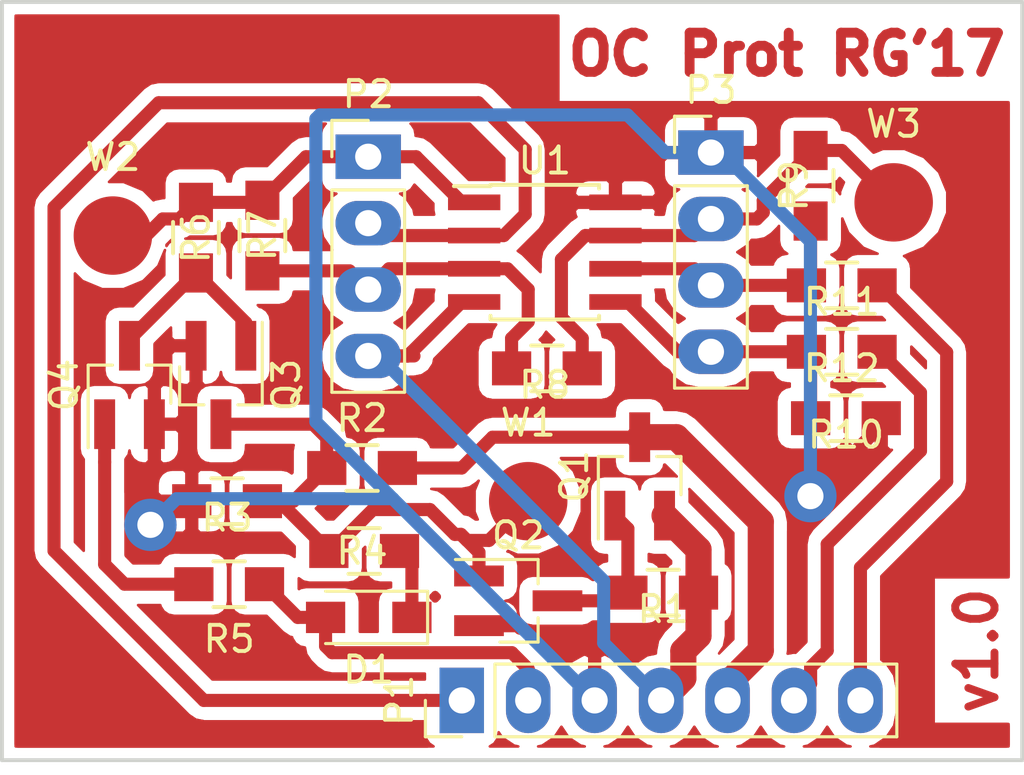
<source format=kicad_pcb>
(kicad_pcb (version 4) (host pcbnew 4.0.4-stable)

  (general
    (links 47)
    (no_connects 0)
    (area 137.924999 105.924999 177.075001 135.953095)
    (thickness 1.6)
    (drawings 7)
    (tracks 155)
    (zones 0)
    (modules 24)
    (nets 18)
  )

  (page A4)
  (layers
    (0 F.Cu signal)
    (31 B.Cu signal)
    (32 B.Adhes user)
    (33 F.Adhes user)
    (34 B.Paste user)
    (35 F.Paste user)
    (36 B.SilkS user)
    (37 F.SilkS user)
    (38 B.Mask user)
    (39 F.Mask user)
    (40 Dwgs.User user)
    (41 Cmts.User user)
    (42 Eco1.User user)
    (43 Eco2.User user)
    (44 Edge.Cuts user)
    (45 Margin user)
    (46 B.CrtYd user)
    (47 F.CrtYd user)
    (48 B.Fab user)
    (49 F.Fab user)
  )

  (setup
    (last_trace_width 0.5)
    (trace_clearance 0.5)
    (zone_clearance 0.4)
    (zone_45_only no)
    (trace_min 0.2)
    (segment_width 0.2)
    (edge_width 0.15)
    (via_size 2)
    (via_drill 1)
    (via_min_size 0.4)
    (via_min_drill 0.3)
    (uvia_size 0.3)
    (uvia_drill 0.1)
    (uvias_allowed no)
    (uvia_min_size 0.2)
    (uvia_min_drill 0.1)
    (pcb_text_width 0.3)
    (pcb_text_size 1.5 1.5)
    (mod_edge_width 0.15)
    (mod_text_size 1 1)
    (mod_text_width 0.15)
    (pad_size 2 0.6)
    (pad_drill 0)
    (pad_to_mask_clearance 0.2)
    (aux_axis_origin 0 0)
    (visible_elements 7FFFFF7F)
    (pcbplotparams
      (layerselection 0x00030_80000001)
      (usegerberextensions false)
      (excludeedgelayer true)
      (linewidth 0.100000)
      (plotframeref false)
      (viasonmask false)
      (mode 1)
      (useauxorigin false)
      (hpglpennumber 1)
      (hpglpenspeed 20)
      (hpglpendiameter 15)
      (hpglpenoverlay 2)
      (psnegative false)
      (psa4output false)
      (plotreference true)
      (plotvalue true)
      (plotinvisibletext false)
      (padsonsilk false)
      (subtractmaskfromsilk false)
      (outputformat 1)
      (mirror false)
      (drillshape 1)
      (scaleselection 1)
      (outputdirectory ""))
  )

  (net 0 "")
  (net 1 "Net-(D1-Pad1)")
  (net 2 ON)
  (net 3 +12V)
  (net 4 Vref)
  (net 5 V-)
  (net 6 V+)
  (net 7 GND)
  (net 8 /OC_signal)
  (net 9 /OpA+)
  (net 10 /OpB+)
  (net 11 /OpB-)
  (net 12 /Vdiff)
  (net 13 "Net-(Q1-Pad1)")
  (net 14 /Vbase)
  (net 15 "Net-(Q3-Pad1)")
  (net 16 "Net-(Q4-Pad1)")
  (net 17 Vout)

  (net_class Default "This is the default net class."
    (clearance 0.5)
    (trace_width 0.5)
    (via_dia 2)
    (via_drill 1)
    (uvia_dia 0.3)
    (uvia_drill 0.1)
    (add_net /OC_signal)
    (add_net /OpA+)
    (add_net /OpB+)
    (add_net /OpB-)
    (add_net /Vbase)
    (add_net /Vdiff)
    (add_net GND)
    (add_net "Net-(D1-Pad1)")
    (add_net "Net-(Q1-Pad1)")
    (add_net "Net-(Q3-Pad1)")
    (add_net "Net-(Q4-Pad1)")
    (add_net ON)
    (add_net V+)
    (add_net V-)
    (add_net Vref)
  )

  (net_class Power ""
    (clearance 0.5)
    (trace_width 1)
    (via_dia 2)
    (via_drill 1)
    (uvia_dia 0.3)
    (uvia_drill 0.1)
    (add_net +12V)
    (add_net Vout)
  )

  (module Pin_Headers:Pin_Header_Straight_1x07_Pitch2.54mm (layer F.Cu) (tedit 58EA6E6E) (tstamp 58E6156B)
    (at 142.575 107.715 90)
    (descr "Through hole straight pin header, 1x07, 2.54mm pitch, single row")
    (tags "Through hole pin header THT 1x07 2.54mm single row")
    (path /58E62CEA)
    (fp_text reference P1 (at 0 -2.39 90) (layer F.SilkS)
      (effects (font (size 1 1) (thickness 0.15)))
    )
    (fp_text value Signals (at 0 17.63 90) (layer F.Fab)
      (effects (font (size 1 1) (thickness 0.15)))
    )
    (fp_line (start -1.27 -1.27) (end -1.27 16.51) (layer F.Fab) (width 0.1))
    (fp_line (start -1.27 16.51) (end 1.27 16.51) (layer F.Fab) (width 0.1))
    (fp_line (start 1.27 16.51) (end 1.27 -1.27) (layer F.Fab) (width 0.1))
    (fp_line (start 1.27 -1.27) (end -1.27 -1.27) (layer F.Fab) (width 0.1))
    (fp_line (start -1.39 1.27) (end -1.39 16.63) (layer F.SilkS) (width 0.12))
    (fp_line (start -1.39 16.63) (end 1.39 16.63) (layer F.SilkS) (width 0.12))
    (fp_line (start 1.39 16.63) (end 1.39 1.27) (layer F.SilkS) (width 0.12))
    (fp_line (start 1.39 1.27) (end -1.39 1.27) (layer F.SilkS) (width 0.12))
    (fp_line (start -1.39 0) (end -1.39 -1.39) (layer F.SilkS) (width 0.12))
    (fp_line (start -1.39 -1.39) (end 0 -1.39) (layer F.SilkS) (width 0.12))
    (fp_line (start -1.6 -1.6) (end -1.6 16.8) (layer F.CrtYd) (width 0.05))
    (fp_line (start -1.6 16.8) (end 1.6 16.8) (layer F.CrtYd) (width 0.05))
    (fp_line (start 1.6 16.8) (end 1.6 -1.6) (layer F.CrtYd) (width 0.05))
    (fp_line (start 1.6 -1.6) (end -1.6 -1.6) (layer F.CrtYd) (width 0.05))
    (pad 1 thru_hole rect (at 0 0 90) (size 2.5 1.7) (drill 1) (layers *.Cu *.Mask)
      (net 4 Vref))
    (pad 2 thru_hole oval (at 0 2.54 90) (size 2.5 1.7) (drill 1) (layers *.Cu *.Mask)
      (net 2 ON))
    (pad 3 thru_hole oval (at 0 5.08 90) (size 2.5 1.7) (drill 1) (layers *.Cu *.Mask)
      (net 7 GND))
    (pad 4 thru_hole oval (at 0 7.62 90) (size 2.5 1.7) (drill 1) (layers *.Cu *.Mask)
      (net 3 +12V))
    (pad 5 thru_hole oval (at 0 10.16 90) (size 2.5 1.7) (drill 1) (layers *.Cu *.Mask)
      (net 17 Vout))
    (pad 6 thru_hole oval (at 0 12.7 90) (size 2.5 1.7) (drill 1) (layers *.Cu *.Mask)
      (net 6 V+))
    (pad 7 thru_hole oval (at 0 15.24 90) (size 2.5 1.7) (drill 1) (layers *.Cu *.Mask)
      (net 5 V-))
    (model Pin_Headers.3dshapes/Pin_Header_Straight_1x07_Pitch2.54mm.wrl
      (at (xyz 0 -0.3 0))
      (scale (xyz 1 1 1))
      (rotate (xyz 0 0 90))
    )
  )

  (module TO_SOT_Packages_SMD:SOT-23_Handsoldering (layer F.Cu) (tedit 58E615A5) (tstamp 58E4F1E6)
    (at 149.376224 99.146664 90)
    (descr "SOT-23, Handsoldering")
    (tags SOT-23)
    (path /58E4F551)
    (attr smd)
    (fp_text reference Q1 (at 0 -2.5 90) (layer F.SilkS)
      (effects (font (size 1 1) (thickness 0.15)))
    )
    (fp_text value Q_PMOS_GSD (at 0 2.5 90) (layer F.Fab) hide
      (effects (font (size 1 1) (thickness 0.15)))
    )
    (fp_line (start 0.76 1.58) (end 0.76 0.65) (layer F.SilkS) (width 0.12))
    (fp_line (start 0.76 -1.58) (end 0.76 -0.65) (layer F.SilkS) (width 0.12))
    (fp_line (start -2.7 -1.75) (end 2.7 -1.75) (layer F.CrtYd) (width 0.05))
    (fp_line (start 2.7 -1.75) (end 2.7 1.75) (layer F.CrtYd) (width 0.05))
    (fp_line (start 2.7 1.75) (end -2.7 1.75) (layer F.CrtYd) (width 0.05))
    (fp_line (start -2.7 1.75) (end -2.7 -1.75) (layer F.CrtYd) (width 0.05))
    (fp_line (start 0.76 -1.58) (end -2.4 -1.58) (layer F.SilkS) (width 0.12))
    (fp_line (start -0.7 -0.95) (end -0.7 1.5) (layer F.Fab) (width 0.1))
    (fp_line (start -0.15 -1.52) (end 0.7 -1.52) (layer F.Fab) (width 0.1))
    (fp_line (start -0.7 -0.95) (end -0.15 -1.52) (layer F.Fab) (width 0.1))
    (fp_line (start 0.7 -1.52) (end 0.7 1.52) (layer F.Fab) (width 0.1))
    (fp_line (start -0.7 1.52) (end 0.7 1.52) (layer F.Fab) (width 0.1))
    (fp_line (start 0.76 1.58) (end -0.7 1.58) (layer F.SilkS) (width 0.12))
    (pad 1 smd rect (at -1.5 -0.95 90) (size 1.9 0.8) (layers F.Cu F.Paste F.Mask)
      (net 13 "Net-(Q1-Pad1)"))
    (pad 2 smd rect (at -1.5 0.95 90) (size 1.9 0.8) (layers F.Cu F.Paste F.Mask)
      (net 3 +12V))
    (pad 3 smd rect (at 1.5 0 90) (size 1.9 0.8) (layers F.Cu F.Paste F.Mask)
      (net 17 Vout))
    (model TO_SOT_Packages_SMD.3dshapes\SOT-23_Handsoldering.wrl
      (at (xyz 0 0 0))
      (scale (xyz 1 1 1))
      (rotate (xyz 0 0 90))
    )
  )

  (module TO_SOT_Packages_SMD:SOT-23_Handsoldering (layer F.Cu) (tedit 58E61597) (tstamp 58E4F1ED)
    (at 144.734 103.905)
    (descr "SOT-23, Handsoldering")
    (tags SOT-23)
    (path /58E4ED74)
    (attr smd)
    (fp_text reference Q2 (at 0 -2.5) (layer F.SilkS)
      (effects (font (size 1 1) (thickness 0.15)))
    )
    (fp_text value Q_NPN_BEC (at 0 2.5) (layer F.Fab) hide
      (effects (font (size 1 1) (thickness 0.15)))
    )
    (fp_line (start 0.76 1.58) (end 0.76 0.65) (layer F.SilkS) (width 0.12))
    (fp_line (start 0.76 -1.58) (end 0.76 -0.65) (layer F.SilkS) (width 0.12))
    (fp_line (start -2.7 -1.75) (end 2.7 -1.75) (layer F.CrtYd) (width 0.05))
    (fp_line (start 2.7 -1.75) (end 2.7 1.75) (layer F.CrtYd) (width 0.05))
    (fp_line (start 2.7 1.75) (end -2.7 1.75) (layer F.CrtYd) (width 0.05))
    (fp_line (start -2.7 1.75) (end -2.7 -1.75) (layer F.CrtYd) (width 0.05))
    (fp_line (start 0.76 -1.58) (end -2.4 -1.58) (layer F.SilkS) (width 0.12))
    (fp_line (start -0.7 -0.95) (end -0.7 1.5) (layer F.Fab) (width 0.1))
    (fp_line (start -0.15 -1.52) (end 0.7 -1.52) (layer F.Fab) (width 0.1))
    (fp_line (start -0.7 -0.95) (end -0.15 -1.52) (layer F.Fab) (width 0.1))
    (fp_line (start 0.7 -1.52) (end 0.7 1.52) (layer F.Fab) (width 0.1))
    (fp_line (start -0.7 1.52) (end 0.7 1.52) (layer F.Fab) (width 0.1))
    (fp_line (start 0.76 1.58) (end -0.7 1.58) (layer F.SilkS) (width 0.12))
    (pad 1 smd rect (at -1.5 -0.95) (size 1.9 0.8) (layers F.Cu F.Paste F.Mask)
      (net 14 /Vbase))
    (pad 2 smd rect (at -1.5 0.95) (size 1.9 0.8) (layers F.Cu F.Paste F.Mask)
      (net 7 GND))
    (pad 3 smd rect (at 1.5 0) (size 1.9 0.8) (layers F.Cu F.Paste F.Mask)
      (net 13 "Net-(Q1-Pad1)"))
    (model TO_SOT_Packages_SMD.3dshapes\SOT-23_Handsoldering.wrl
      (at (xyz 0 0 0))
      (scale (xyz 1 1 1))
      (rotate (xyz 0 0 90))
    )
  )

  (module Resistors_SMD:R_0805_HandSoldering (layer F.Cu) (tedit 58307B90) (tstamp 58E4F22B)
    (at 145.83 95.015 180)
    (descr "Resistor SMD 0805, hand soldering")
    (tags "resistor 0805")
    (path /58E16160)
    (attr smd)
    (fp_text reference R8 (at 0.08 -0.635 180) (layer F.SilkS)
      (effects (font (size 1 1) (thickness 0.15)))
    )
    (fp_text value 1k (at 0 0.635 180) (layer F.Fab)
      (effects (font (size 1 1) (thickness 0.15)))
    )
    (fp_line (start -1 0.625) (end -1 -0.625) (layer F.Fab) (width 0.1))
    (fp_line (start 1 0.625) (end -1 0.625) (layer F.Fab) (width 0.1))
    (fp_line (start 1 -0.625) (end 1 0.625) (layer F.Fab) (width 0.1))
    (fp_line (start -1 -0.625) (end 1 -0.625) (layer F.Fab) (width 0.1))
    (fp_line (start -2.4 -1) (end 2.4 -1) (layer F.CrtYd) (width 0.05))
    (fp_line (start -2.4 1) (end 2.4 1) (layer F.CrtYd) (width 0.05))
    (fp_line (start -2.4 -1) (end -2.4 1) (layer F.CrtYd) (width 0.05))
    (fp_line (start 2.4 -1) (end 2.4 1) (layer F.CrtYd) (width 0.05))
    (fp_line (start 0.6 0.875) (end -0.6 0.875) (layer F.SilkS) (width 0.15))
    (fp_line (start -0.6 -0.875) (end 0.6 -0.875) (layer F.SilkS) (width 0.15))
    (pad 1 smd rect (at -1.35 0 180) (size 1.5 1.3) (layers F.Cu F.Paste F.Mask)
      (net 12 /Vdiff))
    (pad 2 smd rect (at 1.35 0 180) (size 1.5 1.3) (layers F.Cu F.Paste F.Mask)
      (net 9 /OpA+))
    (model Resistors_SMD.3dshapes/R_0805_HandSoldering.wrl
      (at (xyz 0 0 0))
      (scale (xyz 1 1 1))
      (rotate (xyz 0 0 0))
    )
  )

  (module Diodes_SMD:D_SOD-123 (layer F.Cu) (tedit 58EA6F6C) (tstamp 58E4F1C5)
    (at 139.02 104.54 180)
    (descr SOD-123)
    (tags SOD-123)
    (path /58E13D00)
    (attr smd)
    (fp_text reference D1 (at 0 -2 180) (layer F.SilkS)
      (effects (font (size 1 1) (thickness 0.15)))
    )
    (fp_text value 1N4148 (at 0 1.905 180) (layer F.Fab) hide
      (effects (font (size 1 1) (thickness 0.15)))
    )
    (fp_line (start -2.25 -1) (end -2.25 1) (layer F.SilkS) (width 0.12))
    (fp_line (start 0.25 0) (end 0.75 0) (layer F.Fab) (width 0.1))
    (fp_line (start 0.25 0.4) (end -0.35 0) (layer F.Fab) (width 0.1))
    (fp_line (start 0.25 -0.4) (end 0.25 0.4) (layer F.Fab) (width 0.1))
    (fp_line (start -0.35 0) (end 0.25 -0.4) (layer F.Fab) (width 0.1))
    (fp_line (start -0.35 0) (end -0.35 0.55) (layer F.Fab) (width 0.1))
    (fp_line (start -0.35 0) (end -0.35 -0.55) (layer F.Fab) (width 0.1))
    (fp_line (start -0.75 0) (end -0.35 0) (layer F.Fab) (width 0.1))
    (fp_line (start -1.4 0.9) (end -1.4 -0.9) (layer F.Fab) (width 0.1))
    (fp_line (start 1.4 0.9) (end -1.4 0.9) (layer F.Fab) (width 0.1))
    (fp_line (start 1.4 -0.9) (end 1.4 0.9) (layer F.Fab) (width 0.1))
    (fp_line (start -1.4 -0.9) (end 1.4 -0.9) (layer F.Fab) (width 0.1))
    (fp_line (start -2.35 -1.15) (end 2.35 -1.15) (layer F.CrtYd) (width 0.05))
    (fp_line (start 2.35 -1.15) (end 2.35 1.15) (layer F.CrtYd) (width 0.05))
    (fp_line (start 2.35 1.15) (end -2.35 1.15) (layer F.CrtYd) (width 0.05))
    (fp_line (start -2.35 -1.15) (end -2.35 1.15) (layer F.CrtYd) (width 0.05))
    (fp_line (start -2.25 1) (end 1.65 1) (layer F.SilkS) (width 0.12))
    (fp_line (start -2.25 -1) (end 1.65 -1) (layer F.SilkS) (width 0.12))
    (pad 1 smd rect (at -1.65 0 180) (size 1.5 1.2) (layers F.Cu F.Paste F.Mask)
      (net 1 "Net-(D1-Pad1)"))
    (pad 2 smd rect (at 1.65 0 180) (size 1.5 1.2) (layers F.Cu F.Paste F.Mask)
      (net 2 ON))
    (model ${KISYS3DMOD}/Diodes_SMD.3dshapes/D_SOD-123.wrl
      (at (xyz 0 0 0))
      (scale (xyz 1 1 1))
      (rotate (xyz 0 0 0))
    )
  )

  (module Pin_Headers:Pin_Header_Straight_1x04_Pitch2.54mm (layer F.Cu) (tedit 58E616D2) (tstamp 58E4F1D7)
    (at 139 86.92)
    (descr "Through hole straight pin header, 1x04, 2.54mm pitch, single row")
    (tags "Through hole pin header THT 1x04 2.54mm single row")
    (path /58E5112F)
    (fp_text reference P2 (at 0 -2.39) (layer F.SilkS)
      (effects (font (size 1 1) (thickness 0.15)))
    )
    (fp_text value OpAmp1-4 (at 0 10.01) (layer F.Fab) hide
      (effects (font (size 1 1) (thickness 0.15)))
    )
    (fp_line (start -1.27 -1.27) (end -1.27 8.89) (layer F.Fab) (width 0.1))
    (fp_line (start -1.27 8.89) (end 1.27 8.89) (layer F.Fab) (width 0.1))
    (fp_line (start 1.27 8.89) (end 1.27 -1.27) (layer F.Fab) (width 0.1))
    (fp_line (start 1.27 -1.27) (end -1.27 -1.27) (layer F.Fab) (width 0.1))
    (fp_line (start -1.39 1.27) (end -1.39 9.01) (layer F.SilkS) (width 0.12))
    (fp_line (start -1.39 9.01) (end 1.39 9.01) (layer F.SilkS) (width 0.12))
    (fp_line (start 1.39 9.01) (end 1.39 1.27) (layer F.SilkS) (width 0.12))
    (fp_line (start 1.39 1.27) (end -1.39 1.27) (layer F.SilkS) (width 0.12))
    (fp_line (start -1.39 0) (end -1.39 -1.39) (layer F.SilkS) (width 0.12))
    (fp_line (start -1.39 -1.39) (end 0 -1.39) (layer F.SilkS) (width 0.12))
    (fp_line (start -1.6 -1.6) (end -1.6 9.2) (layer F.CrtYd) (width 0.05))
    (fp_line (start -1.6 9.2) (end 1.6 9.2) (layer F.CrtYd) (width 0.05))
    (fp_line (start 1.6 9.2) (end 1.6 -1.6) (layer F.CrtYd) (width 0.05))
    (fp_line (start 1.6 -1.6) (end -1.6 -1.6) (layer F.CrtYd) (width 0.05))
    (pad 1 thru_hole rect (at 0 0) (size 2.5 1.7) (drill 1) (layers *.Cu *.Mask)
      (net 8 /OC_signal))
    (pad 2 thru_hole oval (at 0 2.54) (size 2.5 1.7) (drill 1) (layers *.Cu *.Mask)
      (net 4 Vref))
    (pad 3 thru_hole oval (at 0 5.08) (size 2.5 1.7) (drill 1) (layers *.Cu *.Mask)
      (net 9 /OpA+))
    (pad 4 thru_hole oval (at 0 7.62) (size 2.5 1.7) (drill 1) (layers *.Cu *.Mask)
      (net 3 +12V))
    (model Pin_Headers.3dshapes/Pin_Header_Straight_1x04_Pitch2.54mm.wrl
      (at (xyz 0 -0.15 0))
      (scale (xyz 1 1 1))
      (rotate (xyz 0 0 90))
    )
  )

  (module Pin_Headers:Pin_Header_Straight_1x04_Pitch2.54mm (layer F.Cu) (tedit 58E61A02) (tstamp 58E4F1DF)
    (at 152.1 86.76)
    (descr "Through hole straight pin header, 1x04, 2.54mm pitch, single row")
    (tags "Through hole pin header THT 1x04 2.54mm single row")
    (path /58E51184)
    (fp_text reference P3 (at 0 -2.39) (layer F.SilkS)
      (effects (font (size 1 1) (thickness 0.15)))
    )
    (fp_text value OpAmp5-8 (at 0 10.01) (layer F.Fab) hide
      (effects (font (size 1 1) (thickness 0.15)))
    )
    (fp_line (start -1.27 -1.27) (end -1.27 8.89) (layer F.Fab) (width 0.1))
    (fp_line (start -1.27 8.89) (end 1.27 8.89) (layer F.Fab) (width 0.1))
    (fp_line (start 1.27 8.89) (end 1.27 -1.27) (layer F.Fab) (width 0.1))
    (fp_line (start 1.27 -1.27) (end -1.27 -1.27) (layer F.Fab) (width 0.1))
    (fp_line (start -1.39 1.27) (end -1.39 9.01) (layer F.SilkS) (width 0.12))
    (fp_line (start -1.39 9.01) (end 1.39 9.01) (layer F.SilkS) (width 0.12))
    (fp_line (start 1.39 9.01) (end 1.39 1.27) (layer F.SilkS) (width 0.12))
    (fp_line (start 1.39 1.27) (end -1.39 1.27) (layer F.SilkS) (width 0.12))
    (fp_line (start -1.39 0) (end -1.39 -1.39) (layer F.SilkS) (width 0.12))
    (fp_line (start -1.39 -1.39) (end 0 -1.39) (layer F.SilkS) (width 0.12))
    (fp_line (start -1.6 -1.6) (end -1.6 9.2) (layer F.CrtYd) (width 0.05))
    (fp_line (start -1.6 9.2) (end 1.6 9.2) (layer F.CrtYd) (width 0.05))
    (fp_line (start 1.6 9.2) (end 1.6 -1.6) (layer F.CrtYd) (width 0.05))
    (fp_line (start 1.6 -1.6) (end -1.6 -1.6) (layer F.CrtYd) (width 0.05))
    (pad 1 thru_hole rect (at 0 0) (size 2.5 1.7) (drill 1) (layers *.Cu *.Mask)
      (net 7 GND))
    (pad 2 thru_hole oval (at 0 2.54) (size 2.5 1.7) (drill 1) (layers *.Cu *.Mask)
      (net 12 /Vdiff))
    (pad 3 thru_hole oval (at 0 5.08) (size 2.5 1.7) (drill 1) (layers *.Cu *.Mask)
      (net 11 /OpB-))
    (pad 4 thru_hole oval (at 0 7.62) (size 2.5 1.7) (drill 1) (layers *.Cu *.Mask)
      (net 10 /OpB+))
    (model Pin_Headers.3dshapes/Pin_Header_Straight_1x04_Pitch2.54mm.wrl
      (at (xyz 0 -0.15 0))
      (scale (xyz 1 1 1))
      (rotate (xyz 0 0 90))
    )
  )

  (module TO_SOT_Packages_SMD:SOT-23_Handsoldering (layer F.Cu) (tedit 58E615A1) (tstamp 58E4F1F4)
    (at 133.37 95.65 270)
    (descr "SOT-23, Handsoldering")
    (tags SOT-23)
    (path /58E4F17E)
    (attr smd)
    (fp_text reference Q3 (at 0 -2.5 270) (layer F.SilkS)
      (effects (font (size 1 1) (thickness 0.15)))
    )
    (fp_text value Q_NPN_BEC (at 0 2.5 270) (layer F.Fab) hide
      (effects (font (size 1 1) (thickness 0.15)))
    )
    (fp_line (start 0.76 1.58) (end 0.76 0.65) (layer F.SilkS) (width 0.12))
    (fp_line (start 0.76 -1.58) (end 0.76 -0.65) (layer F.SilkS) (width 0.12))
    (fp_line (start -2.7 -1.75) (end 2.7 -1.75) (layer F.CrtYd) (width 0.05))
    (fp_line (start 2.7 -1.75) (end 2.7 1.75) (layer F.CrtYd) (width 0.05))
    (fp_line (start 2.7 1.75) (end -2.7 1.75) (layer F.CrtYd) (width 0.05))
    (fp_line (start -2.7 1.75) (end -2.7 -1.75) (layer F.CrtYd) (width 0.05))
    (fp_line (start 0.76 -1.58) (end -2.4 -1.58) (layer F.SilkS) (width 0.12))
    (fp_line (start -0.7 -0.95) (end -0.7 1.5) (layer F.Fab) (width 0.1))
    (fp_line (start -0.15 -1.52) (end 0.7 -1.52) (layer F.Fab) (width 0.1))
    (fp_line (start -0.7 -0.95) (end -0.15 -1.52) (layer F.Fab) (width 0.1))
    (fp_line (start 0.7 -1.52) (end 0.7 1.52) (layer F.Fab) (width 0.1))
    (fp_line (start -0.7 1.52) (end 0.7 1.52) (layer F.Fab) (width 0.1))
    (fp_line (start 0.76 1.58) (end -0.7 1.58) (layer F.SilkS) (width 0.12))
    (pad 1 smd rect (at -1.5 -0.95 270) (size 1.9 0.8) (layers F.Cu F.Paste F.Mask)
      (net 15 "Net-(Q3-Pad1)"))
    (pad 2 smd rect (at -1.5 0.95 270) (size 1.9 0.8) (layers F.Cu F.Paste F.Mask)
      (net 7 GND))
    (pad 3 smd rect (at 1.5 0 270) (size 1.9 0.8) (layers F.Cu F.Paste F.Mask)
      (net 14 /Vbase))
    (model TO_SOT_Packages_SMD.3dshapes\SOT-23_Handsoldering.wrl
      (at (xyz 0 0 0))
      (scale (xyz 1 1 1))
      (rotate (xyz 0 0 90))
    )
  )

  (module TO_SOT_Packages_SMD:SOT-23_Handsoldering (layer F.Cu) (tedit 58E61599) (tstamp 58E4F1FB)
    (at 129.875 95.65 90)
    (descr "SOT-23, Handsoldering")
    (tags SOT-23)
    (path /58E4F224)
    (attr smd)
    (fp_text reference Q4 (at 0 -2.5 90) (layer F.SilkS)
      (effects (font (size 1 1) (thickness 0.15)))
    )
    (fp_text value Q_NPN_BEC (at 0 2.5 90) (layer F.Fab) hide
      (effects (font (size 1 1) (thickness 0.15)))
    )
    (fp_line (start 0.76 1.58) (end 0.76 0.65) (layer F.SilkS) (width 0.12))
    (fp_line (start 0.76 -1.58) (end 0.76 -0.65) (layer F.SilkS) (width 0.12))
    (fp_line (start -2.7 -1.75) (end 2.7 -1.75) (layer F.CrtYd) (width 0.05))
    (fp_line (start 2.7 -1.75) (end 2.7 1.75) (layer F.CrtYd) (width 0.05))
    (fp_line (start 2.7 1.75) (end -2.7 1.75) (layer F.CrtYd) (width 0.05))
    (fp_line (start -2.7 1.75) (end -2.7 -1.75) (layer F.CrtYd) (width 0.05))
    (fp_line (start 0.76 -1.58) (end -2.4 -1.58) (layer F.SilkS) (width 0.12))
    (fp_line (start -0.7 -0.95) (end -0.7 1.5) (layer F.Fab) (width 0.1))
    (fp_line (start -0.15 -1.52) (end 0.7 -1.52) (layer F.Fab) (width 0.1))
    (fp_line (start -0.7 -0.95) (end -0.15 -1.52) (layer F.Fab) (width 0.1))
    (fp_line (start 0.7 -1.52) (end 0.7 1.52) (layer F.Fab) (width 0.1))
    (fp_line (start -0.7 1.52) (end 0.7 1.52) (layer F.Fab) (width 0.1))
    (fp_line (start 0.76 1.58) (end -0.7 1.58) (layer F.SilkS) (width 0.12))
    (pad 1 smd rect (at -1.5 -0.95 90) (size 1.9 0.8) (layers F.Cu F.Paste F.Mask)
      (net 16 "Net-(Q4-Pad1)"))
    (pad 2 smd rect (at -1.5 0.95 90) (size 1.9 0.8) (layers F.Cu F.Paste F.Mask)
      (net 7 GND))
    (pad 3 smd rect (at 1.5 0 90) (size 1.9 0.8) (layers F.Cu F.Paste F.Mask)
      (net 15 "Net-(Q3-Pad1)"))
    (model TO_SOT_Packages_SMD.3dshapes\SOT-23_Handsoldering.wrl
      (at (xyz 0 0 0))
      (scale (xyz 1 1 1))
      (rotate (xyz 0 0 90))
    )
  )

  (module Resistors_SMD:R_0805_HandSoldering (layer F.Cu) (tedit 58307B90) (tstamp 58E4F201)
    (at 150.275 103.591664 180)
    (descr "Resistor SMD 0805, hand soldering")
    (tags "resistor 0805")
    (path /58E138AA)
    (attr smd)
    (fp_text reference R1 (at 0 -0.635 180) (layer F.SilkS)
      (effects (font (size 1 1) (thickness 0.15)))
    )
    (fp_text value 15k (at 0.08 0.635 180) (layer F.Fab)
      (effects (font (size 1 1) (thickness 0.15)))
    )
    (fp_line (start -1 0.625) (end -1 -0.625) (layer F.Fab) (width 0.1))
    (fp_line (start 1 0.625) (end -1 0.625) (layer F.Fab) (width 0.1))
    (fp_line (start 1 -0.625) (end 1 0.625) (layer F.Fab) (width 0.1))
    (fp_line (start -1 -0.625) (end 1 -0.625) (layer F.Fab) (width 0.1))
    (fp_line (start -2.4 -1) (end 2.4 -1) (layer F.CrtYd) (width 0.05))
    (fp_line (start -2.4 1) (end 2.4 1) (layer F.CrtYd) (width 0.05))
    (fp_line (start -2.4 -1) (end -2.4 1) (layer F.CrtYd) (width 0.05))
    (fp_line (start 2.4 -1) (end 2.4 1) (layer F.CrtYd) (width 0.05))
    (fp_line (start 0.6 0.875) (end -0.6 0.875) (layer F.SilkS) (width 0.15))
    (fp_line (start -0.6 -0.875) (end 0.6 -0.875) (layer F.SilkS) (width 0.15))
    (pad 1 smd rect (at -1.35 0 180) (size 1.5 1.3) (layers F.Cu F.Paste F.Mask)
      (net 3 +12V))
    (pad 2 smd rect (at 1.35 0 180) (size 1.5 1.3) (layers F.Cu F.Paste F.Mask)
      (net 13 "Net-(Q1-Pad1)"))
    (model Resistors_SMD.3dshapes/R_0805_HandSoldering.wrl
      (at (xyz 0 0 0))
      (scale (xyz 1 1 1))
      (rotate (xyz 0 0 0))
    )
  )

  (module Resistors_SMD:R_0805_HandSoldering (layer F.Cu) (tedit 58307B90) (tstamp 58E4F207)
    (at 138.765 98.825 180)
    (descr "Resistor SMD 0805, hand soldering")
    (tags "resistor 0805")
    (path /58E13BAC)
    (attr smd)
    (fp_text reference R2 (at 0 1.905 180) (layer F.SilkS)
      (effects (font (size 1 1) (thickness 0.15)))
    )
    (fp_text value 10k (at 0 0 180) (layer F.Fab)
      (effects (font (size 1 1) (thickness 0.15)))
    )
    (fp_line (start -1 0.625) (end -1 -0.625) (layer F.Fab) (width 0.1))
    (fp_line (start 1 0.625) (end -1 0.625) (layer F.Fab) (width 0.1))
    (fp_line (start 1 -0.625) (end 1 0.625) (layer F.Fab) (width 0.1))
    (fp_line (start -1 -0.625) (end 1 -0.625) (layer F.Fab) (width 0.1))
    (fp_line (start -2.4 -1) (end 2.4 -1) (layer F.CrtYd) (width 0.05))
    (fp_line (start -2.4 1) (end 2.4 1) (layer F.CrtYd) (width 0.05))
    (fp_line (start -2.4 -1) (end -2.4 1) (layer F.CrtYd) (width 0.05))
    (fp_line (start 2.4 -1) (end 2.4 1) (layer F.CrtYd) (width 0.05))
    (fp_line (start 0.6 0.875) (end -0.6 0.875) (layer F.SilkS) (width 0.15))
    (fp_line (start -0.6 -0.875) (end 0.6 -0.875) (layer F.SilkS) (width 0.15))
    (pad 1 smd rect (at -1.35 0 180) (size 1.5 1.3) (layers F.Cu F.Paste F.Mask)
      (net 17 Vout))
    (pad 2 smd rect (at 1.35 0 180) (size 1.5 1.3) (layers F.Cu F.Paste F.Mask)
      (net 14 /Vbase))
    (model Resistors_SMD.3dshapes/R_0805_HandSoldering.wrl
      (at (xyz 0 0 0))
      (scale (xyz 1 1 1))
      (rotate (xyz 0 0 0))
    )
  )

  (module Resistors_SMD:R_0805_HandSoldering (layer F.Cu) (tedit 58307B90) (tstamp 58E4F20D)
    (at 133.605 100.095 180)
    (descr "Resistor SMD 0805, hand soldering")
    (tags "resistor 0805")
    (path /58E13BEE)
    (attr smd)
    (fp_text reference R3 (at 0 -0.635 180) (layer F.SilkS)
      (effects (font (size 1 1) (thickness 0.15)))
    )
    (fp_text value 2.2k (at 0 0 180) (layer F.Fab)
      (effects (font (size 1 1) (thickness 0.15)))
    )
    (fp_line (start -1 0.625) (end -1 -0.625) (layer F.Fab) (width 0.1))
    (fp_line (start 1 0.625) (end -1 0.625) (layer F.Fab) (width 0.1))
    (fp_line (start 1 -0.625) (end 1 0.625) (layer F.Fab) (width 0.1))
    (fp_line (start -1 -0.625) (end 1 -0.625) (layer F.Fab) (width 0.1))
    (fp_line (start -2.4 -1) (end 2.4 -1) (layer F.CrtYd) (width 0.05))
    (fp_line (start -2.4 1) (end 2.4 1) (layer F.CrtYd) (width 0.05))
    (fp_line (start -2.4 -1) (end -2.4 1) (layer F.CrtYd) (width 0.05))
    (fp_line (start 2.4 -1) (end 2.4 1) (layer F.CrtYd) (width 0.05))
    (fp_line (start 0.6 0.875) (end -0.6 0.875) (layer F.SilkS) (width 0.15))
    (fp_line (start -0.6 -0.875) (end 0.6 -0.875) (layer F.SilkS) (width 0.15))
    (pad 1 smd rect (at -1.35 0 180) (size 1.5 1.3) (layers F.Cu F.Paste F.Mask)
      (net 14 /Vbase))
    (pad 2 smd rect (at 1.35 0 180) (size 1.5 1.3) (layers F.Cu F.Paste F.Mask)
      (net 7 GND))
    (model Resistors_SMD.3dshapes/R_0805_HandSoldering.wrl
      (at (xyz 0 0 0))
      (scale (xyz 1 1 1))
      (rotate (xyz 0 0 0))
    )
  )

  (module Resistors_SMD:R_0805_HandSoldering (layer F.Cu) (tedit 58307B90) (tstamp 58E4F213)
    (at 138.845 102 180)
    (descr "Resistor SMD 0805, hand soldering")
    (tags "resistor 0805")
    (path /58E13CB4)
    (attr smd)
    (fp_text reference R4 (at 0.08 0 180) (layer F.SilkS)
      (effects (font (size 1 1) (thickness 0.15)))
    )
    (fp_text value 1k (at 0 1.27 180) (layer F.Fab)
      (effects (font (size 1 1) (thickness 0.15)))
    )
    (fp_line (start -1 0.625) (end -1 -0.625) (layer F.Fab) (width 0.1))
    (fp_line (start 1 0.625) (end -1 0.625) (layer F.Fab) (width 0.1))
    (fp_line (start 1 -0.625) (end 1 0.625) (layer F.Fab) (width 0.1))
    (fp_line (start -1 -0.625) (end 1 -0.625) (layer F.Fab) (width 0.1))
    (fp_line (start -2.4 -1) (end 2.4 -1) (layer F.CrtYd) (width 0.05))
    (fp_line (start -2.4 1) (end 2.4 1) (layer F.CrtYd) (width 0.05))
    (fp_line (start -2.4 -1) (end -2.4 1) (layer F.CrtYd) (width 0.05))
    (fp_line (start 2.4 -1) (end 2.4 1) (layer F.CrtYd) (width 0.05))
    (fp_line (start 0.6 0.875) (end -0.6 0.875) (layer F.SilkS) (width 0.15))
    (fp_line (start -0.6 -0.875) (end 0.6 -0.875) (layer F.SilkS) (width 0.15))
    (pad 1 smd rect (at -1.35 0 180) (size 1.5 1.3) (layers F.Cu F.Paste F.Mask)
      (net 1 "Net-(D1-Pad1)"))
    (pad 2 smd rect (at 1.35 0 180) (size 1.5 1.3) (layers F.Cu F.Paste F.Mask)
      (net 14 /Vbase))
    (model Resistors_SMD.3dshapes/R_0805_HandSoldering.wrl
      (at (xyz 0 0 0))
      (scale (xyz 1 1 1))
      (rotate (xyz 0 0 0))
    )
  )

  (module Resistors_SMD:R_0805_HandSoldering (layer F.Cu) (tedit 58307B90) (tstamp 58E4F219)
    (at 133.685 103.27 180)
    (descr "Resistor SMD 0805, hand soldering")
    (tags "resistor 0805")
    (path /58E143B7)
    (attr smd)
    (fp_text reference R5 (at 0 -2.1 180) (layer F.SilkS)
      (effects (font (size 1 1) (thickness 0.15)))
    )
    (fp_text value 10k (at 0 0.635 180) (layer F.Fab)
      (effects (font (size 1 1) (thickness 0.15)))
    )
    (fp_line (start -1 0.625) (end -1 -0.625) (layer F.Fab) (width 0.1))
    (fp_line (start 1 0.625) (end -1 0.625) (layer F.Fab) (width 0.1))
    (fp_line (start 1 -0.625) (end 1 0.625) (layer F.Fab) (width 0.1))
    (fp_line (start -1 -0.625) (end 1 -0.625) (layer F.Fab) (width 0.1))
    (fp_line (start -2.4 -1) (end 2.4 -1) (layer F.CrtYd) (width 0.05))
    (fp_line (start -2.4 1) (end 2.4 1) (layer F.CrtYd) (width 0.05))
    (fp_line (start -2.4 -1) (end -2.4 1) (layer F.CrtYd) (width 0.05))
    (fp_line (start 2.4 -1) (end 2.4 1) (layer F.CrtYd) (width 0.05))
    (fp_line (start 0.6 0.875) (end -0.6 0.875) (layer F.SilkS) (width 0.15))
    (fp_line (start -0.6 -0.875) (end 0.6 -0.875) (layer F.SilkS) (width 0.15))
    (pad 1 smd rect (at -1.35 0 180) (size 1.5 1.3) (layers F.Cu F.Paste F.Mask)
      (net 2 ON))
    (pad 2 smd rect (at 1.35 0 180) (size 1.5 1.3) (layers F.Cu F.Paste F.Mask)
      (net 16 "Net-(Q4-Pad1)"))
    (model Resistors_SMD.3dshapes/R_0805_HandSoldering.wrl
      (at (xyz 0 0 0))
      (scale (xyz 1 1 1))
      (rotate (xyz 0 0 0))
    )
  )

  (module Resistors_SMD:R_0805_HandSoldering (layer F.Cu) (tedit 58307B90) (tstamp 58E4F21F)
    (at 132.415 90.015 270)
    (descr "Resistor SMD 0805, hand soldering")
    (tags "resistor 0805")
    (path /58E145E1)
    (attr smd)
    (fp_text reference R6 (at 0 0 270) (layer F.SilkS)
      (effects (font (size 1 1) (thickness 0.15)))
    )
    (fp_text value 47k (at 0 2.1 270) (layer F.Fab)
      (effects (font (size 1 1) (thickness 0.15)))
    )
    (fp_line (start -1 0.625) (end -1 -0.625) (layer F.Fab) (width 0.1))
    (fp_line (start 1 0.625) (end -1 0.625) (layer F.Fab) (width 0.1))
    (fp_line (start 1 -0.625) (end 1 0.625) (layer F.Fab) (width 0.1))
    (fp_line (start -1 -0.625) (end 1 -0.625) (layer F.Fab) (width 0.1))
    (fp_line (start -2.4 -1) (end 2.4 -1) (layer F.CrtYd) (width 0.05))
    (fp_line (start -2.4 1) (end 2.4 1) (layer F.CrtYd) (width 0.05))
    (fp_line (start -2.4 -1) (end -2.4 1) (layer F.CrtYd) (width 0.05))
    (fp_line (start 2.4 -1) (end 2.4 1) (layer F.CrtYd) (width 0.05))
    (fp_line (start 0.6 0.875) (end -0.6 0.875) (layer F.SilkS) (width 0.15))
    (fp_line (start -0.6 -0.875) (end 0.6 -0.875) (layer F.SilkS) (width 0.15))
    (pad 1 smd rect (at -1.35 0 270) (size 1.5 1.3) (layers F.Cu F.Paste F.Mask)
      (net 8 /OC_signal))
    (pad 2 smd rect (at 1.35 0 270) (size 1.5 1.3) (layers F.Cu F.Paste F.Mask)
      (net 15 "Net-(Q3-Pad1)"))
    (model Resistors_SMD.3dshapes/R_0805_HandSoldering.wrl
      (at (xyz 0 0 0))
      (scale (xyz 1 1 1))
      (rotate (xyz 0 0 0))
    )
  )

  (module Resistors_SMD:R_0805_HandSoldering (layer F.Cu) (tedit 58307B90) (tstamp 58E4F225)
    (at 134.955 89.935 90)
    (descr "Resistor SMD 0805, hand soldering")
    (tags "resistor 0805")
    (path /58E15ECD)
    (attr smd)
    (fp_text reference R7 (at 0 0 90) (layer F.SilkS)
      (effects (font (size 1 1) (thickness 0.15)))
    )
    (fp_text value 12k (at 0 2.1 90) (layer F.Fab)
      (effects (font (size 1 1) (thickness 0.15)))
    )
    (fp_line (start -1 0.625) (end -1 -0.625) (layer F.Fab) (width 0.1))
    (fp_line (start 1 0.625) (end -1 0.625) (layer F.Fab) (width 0.1))
    (fp_line (start 1 -0.625) (end 1 0.625) (layer F.Fab) (width 0.1))
    (fp_line (start -1 -0.625) (end 1 -0.625) (layer F.Fab) (width 0.1))
    (fp_line (start -2.4 -1) (end 2.4 -1) (layer F.CrtYd) (width 0.05))
    (fp_line (start -2.4 1) (end 2.4 1) (layer F.CrtYd) (width 0.05))
    (fp_line (start -2.4 -1) (end -2.4 1) (layer F.CrtYd) (width 0.05))
    (fp_line (start 2.4 -1) (end 2.4 1) (layer F.CrtYd) (width 0.05))
    (fp_line (start 0.6 0.875) (end -0.6 0.875) (layer F.SilkS) (width 0.15))
    (fp_line (start -0.6 -0.875) (end 0.6 -0.875) (layer F.SilkS) (width 0.15))
    (pad 1 smd rect (at -1.35 0 90) (size 1.5 1.3) (layers F.Cu F.Paste F.Mask)
      (net 9 /OpA+))
    (pad 2 smd rect (at 1.35 0 90) (size 1.5 1.3) (layers F.Cu F.Paste F.Mask)
      (net 8 /OC_signal))
    (model Resistors_SMD.3dshapes/R_0805_HandSoldering.wrl
      (at (xyz 0 0 0))
      (scale (xyz 1 1 1))
      (rotate (xyz 0 0 0))
    )
  )

  (module Resistors_SMD:R_0805_HandSoldering (layer F.Cu) (tedit 58307B90) (tstamp 58E4F231)
    (at 155.91 88.03 90)
    (descr "Resistor SMD 0805, hand soldering")
    (tags "resistor 0805")
    (path /58E16686)
    (attr smd)
    (fp_text reference R9 (at 0 -0.635 90) (layer F.SilkS)
      (effects (font (size 1 1) (thickness 0.15)))
    )
    (fp_text value 20k (at 0 0.635 90) (layer F.Fab)
      (effects (font (size 1 1) (thickness 0.15)))
    )
    (fp_line (start -1 0.625) (end -1 -0.625) (layer F.Fab) (width 0.1))
    (fp_line (start 1 0.625) (end -1 0.625) (layer F.Fab) (width 0.1))
    (fp_line (start 1 -0.625) (end 1 0.625) (layer F.Fab) (width 0.1))
    (fp_line (start -1 -0.625) (end 1 -0.625) (layer F.Fab) (width 0.1))
    (fp_line (start -2.4 -1) (end 2.4 -1) (layer F.CrtYd) (width 0.05))
    (fp_line (start -2.4 1) (end 2.4 1) (layer F.CrtYd) (width 0.05))
    (fp_line (start -2.4 -1) (end -2.4 1) (layer F.CrtYd) (width 0.05))
    (fp_line (start 2.4 -1) (end 2.4 1) (layer F.CrtYd) (width 0.05))
    (fp_line (start 0.6 0.875) (end -0.6 0.875) (layer F.SilkS) (width 0.15))
    (fp_line (start -0.6 -0.875) (end 0.6 -0.875) (layer F.SilkS) (width 0.15))
    (pad 1 smd rect (at -1.35 0 90) (size 1.5 1.3) (layers F.Cu F.Paste F.Mask)
      (net 11 /OpB-))
    (pad 2 smd rect (at 1.35 0 90) (size 1.5 1.3) (layers F.Cu F.Paste F.Mask)
      (net 12 /Vdiff))
    (model Resistors_SMD.3dshapes/R_0805_HandSoldering.wrl
      (at (xyz 0 0 0))
      (scale (xyz 1 1 1))
      (rotate (xyz 0 0 0))
    )
  )

  (module Resistors_SMD:R_0805_HandSoldering (layer F.Cu) (tedit 58307B90) (tstamp 58E4F237)
    (at 157.26 96.92 180)
    (descr "Resistor SMD 0805, hand soldering")
    (tags "resistor 0805")
    (path /58E16C79)
    (attr smd)
    (fp_text reference R10 (at 0 -0.635 180) (layer F.SilkS)
      (effects (font (size 1 1) (thickness 0.15)))
    )
    (fp_text value 20k (at 0 0.635 180) (layer F.Fab)
      (effects (font (size 1 1) (thickness 0.15)))
    )
    (fp_line (start -1 0.625) (end -1 -0.625) (layer F.Fab) (width 0.1))
    (fp_line (start 1 0.625) (end -1 0.625) (layer F.Fab) (width 0.1))
    (fp_line (start 1 -0.625) (end 1 0.625) (layer F.Fab) (width 0.1))
    (fp_line (start -1 -0.625) (end 1 -0.625) (layer F.Fab) (width 0.1))
    (fp_line (start -2.4 -1) (end 2.4 -1) (layer F.CrtYd) (width 0.05))
    (fp_line (start -2.4 1) (end 2.4 1) (layer F.CrtYd) (width 0.05))
    (fp_line (start -2.4 -1) (end -2.4 1) (layer F.CrtYd) (width 0.05))
    (fp_line (start 2.4 -1) (end 2.4 1) (layer F.CrtYd) (width 0.05))
    (fp_line (start 0.6 0.875) (end -0.6 0.875) (layer F.SilkS) (width 0.15))
    (fp_line (start -0.6 -0.875) (end 0.6 -0.875) (layer F.SilkS) (width 0.15))
    (pad 1 smd rect (at -1.35 0 180) (size 1.5 1.3) (layers F.Cu F.Paste F.Mask)
      (net 7 GND))
    (pad 2 smd rect (at 1.35 0 180) (size 1.5 1.3) (layers F.Cu F.Paste F.Mask)
      (net 10 /OpB+))
    (model Resistors_SMD.3dshapes/R_0805_HandSoldering.wrl
      (at (xyz 0 0 0))
      (scale (xyz 1 1 1))
      (rotate (xyz 0 0 0))
    )
  )

  (module Resistors_SMD:R_0805_HandSoldering (layer F.Cu) (tedit 58307B90) (tstamp 58E4F23D)
    (at 157.1 91.84 180)
    (descr "Resistor SMD 0805, hand soldering")
    (tags "resistor 0805")
    (path /58E16935)
    (attr smd)
    (fp_text reference R11 (at 0 -0.635 180) (layer F.SilkS)
      (effects (font (size 1 1) (thickness 0.15)))
    )
    (fp_text value 1k (at 0 0.635 180) (layer F.Fab)
      (effects (font (size 1 1) (thickness 0.15)))
    )
    (fp_line (start -1 0.625) (end -1 -0.625) (layer F.Fab) (width 0.1))
    (fp_line (start 1 0.625) (end -1 0.625) (layer F.Fab) (width 0.1))
    (fp_line (start 1 -0.625) (end 1 0.625) (layer F.Fab) (width 0.1))
    (fp_line (start -1 -0.625) (end 1 -0.625) (layer F.Fab) (width 0.1))
    (fp_line (start -2.4 -1) (end 2.4 -1) (layer F.CrtYd) (width 0.05))
    (fp_line (start -2.4 1) (end 2.4 1) (layer F.CrtYd) (width 0.05))
    (fp_line (start -2.4 -1) (end -2.4 1) (layer F.CrtYd) (width 0.05))
    (fp_line (start 2.4 -1) (end 2.4 1) (layer F.CrtYd) (width 0.05))
    (fp_line (start 0.6 0.875) (end -0.6 0.875) (layer F.SilkS) (width 0.15))
    (fp_line (start -0.6 -0.875) (end 0.6 -0.875) (layer F.SilkS) (width 0.15))
    (pad 1 smd rect (at -1.35 0 180) (size 1.5 1.3) (layers F.Cu F.Paste F.Mask)
      (net 5 V-))
    (pad 2 smd rect (at 1.35 0 180) (size 1.5 1.3) (layers F.Cu F.Paste F.Mask)
      (net 11 /OpB-))
    (model Resistors_SMD.3dshapes/R_0805_HandSoldering.wrl
      (at (xyz 0 0 0))
      (scale (xyz 1 1 1))
      (rotate (xyz 0 0 0))
    )
  )

  (module Resistors_SMD:R_0805_HandSoldering (layer F.Cu) (tedit 58307B90) (tstamp 58E4F243)
    (at 157.1 94.38 180)
    (descr "Resistor SMD 0805, hand soldering")
    (tags "resistor 0805")
    (path /58E16BE6)
    (attr smd)
    (fp_text reference R12 (at 0 -0.635 180) (layer F.SilkS)
      (effects (font (size 1 1) (thickness 0.15)))
    )
    (fp_text value 1k (at 0 0.635 180) (layer F.Fab)
      (effects (font (size 1 1) (thickness 0.15)))
    )
    (fp_line (start -1 0.625) (end -1 -0.625) (layer F.Fab) (width 0.1))
    (fp_line (start 1 0.625) (end -1 0.625) (layer F.Fab) (width 0.1))
    (fp_line (start 1 -0.625) (end 1 0.625) (layer F.Fab) (width 0.1))
    (fp_line (start -1 -0.625) (end 1 -0.625) (layer F.Fab) (width 0.1))
    (fp_line (start -2.4 -1) (end 2.4 -1) (layer F.CrtYd) (width 0.05))
    (fp_line (start -2.4 1) (end 2.4 1) (layer F.CrtYd) (width 0.05))
    (fp_line (start -2.4 -1) (end -2.4 1) (layer F.CrtYd) (width 0.05))
    (fp_line (start 2.4 -1) (end 2.4 1) (layer F.CrtYd) (width 0.05))
    (fp_line (start 0.6 0.875) (end -0.6 0.875) (layer F.SilkS) (width 0.15))
    (fp_line (start -0.6 -0.875) (end 0.6 -0.875) (layer F.SilkS) (width 0.15))
    (pad 1 smd rect (at -1.35 0 180) (size 1.5 1.3) (layers F.Cu F.Paste F.Mask)
      (net 6 V+))
    (pad 2 smd rect (at 1.35 0 180) (size 1.5 1.3) (layers F.Cu F.Paste F.Mask)
      (net 10 /OpB+))
    (model Resistors_SMD.3dshapes/R_0805_HandSoldering.wrl
      (at (xyz 0 0 0))
      (scale (xyz 1 1 1))
      (rotate (xyz 0 0 0))
    )
  )

  (module Housings_SOIC:SOIC-8_3.9x4.9mm_Pitch1.27mm (layer F.Cu) (tedit 58EA7281) (tstamp 58E4F24F)
    (at 145.75 90.57)
    (descr "8-Lead Plastic Small Outline (SN) - Narrow, 3.90 mm Body [SOIC] (see Microchip Packaging Specification 00000049BS.pdf)")
    (tags "SOIC 1.27")
    (path /58E155AA)
    (attr smd)
    (fp_text reference U1 (at 0 -3.5) (layer F.SilkS)
      (effects (font (size 1 1) (thickness 0.15)))
    )
    (fp_text value LM358 (at 1.27 0 90) (layer F.Fab)
      (effects (font (size 1 1) (thickness 0.15)))
    )
    (fp_line (start -0.95 -2.45) (end 1.95 -2.45) (layer F.Fab) (width 0.15))
    (fp_line (start 1.95 -2.45) (end 1.95 2.45) (layer F.Fab) (width 0.15))
    (fp_line (start 1.95 2.45) (end -1.95 2.45) (layer F.Fab) (width 0.15))
    (fp_line (start -1.95 2.45) (end -1.95 -1.45) (layer F.Fab) (width 0.15))
    (fp_line (start -1.95 -1.45) (end -0.95 -2.45) (layer F.Fab) (width 0.15))
    (fp_line (start -3.75 -2.75) (end -3.75 2.75) (layer F.CrtYd) (width 0.05))
    (fp_line (start 3.75 -2.75) (end 3.75 2.75) (layer F.CrtYd) (width 0.05))
    (fp_line (start -3.75 -2.75) (end 3.75 -2.75) (layer F.CrtYd) (width 0.05))
    (fp_line (start -3.75 2.75) (end 3.75 2.75) (layer F.CrtYd) (width 0.05))
    (fp_line (start -2.075 -2.575) (end -2.075 -2.525) (layer F.SilkS) (width 0.15))
    (fp_line (start 2.075 -2.575) (end 2.075 -2.43) (layer F.SilkS) (width 0.15))
    (fp_line (start 2.075 2.575) (end 2.075 2.43) (layer F.SilkS) (width 0.15))
    (fp_line (start -2.075 2.575) (end -2.075 2.43) (layer F.SilkS) (width 0.15))
    (fp_line (start -2.075 -2.575) (end 2.075 -2.575) (layer F.SilkS) (width 0.15))
    (fp_line (start -2.075 2.575) (end 2.075 2.575) (layer F.SilkS) (width 0.15))
    (fp_line (start -2.075 -2.525) (end -3.475 -2.525) (layer F.SilkS) (width 0.15))
    (pad 1 smd rect (at -2.7 -1.905) (size 2 0.6) (layers F.Cu F.Paste F.Mask)
      (net 8 /OC_signal))
    (pad 2 smd rect (at -2.7 -0.635) (size 2 0.6) (layers F.Cu F.Paste F.Mask)
      (net 4 Vref))
    (pad 3 smd rect (at -2.7 0.635) (size 2 0.6) (layers F.Cu F.Paste F.Mask)
      (net 9 /OpA+))
    (pad 4 smd rect (at -2.7 1.905) (size 2 0.6) (layers F.Cu F.Paste F.Mask)
      (net 3 +12V))
    (pad 5 smd rect (at 2.7 1.905) (size 2 0.6) (layers F.Cu F.Paste F.Mask)
      (net 10 /OpB+))
    (pad 6 smd rect (at 2.7 0.635) (size 2 0.6) (layers F.Cu F.Paste F.Mask)
      (net 11 /OpB-))
    (pad 7 smd rect (at 2.7 -0.635) (size 2 0.6) (layers F.Cu F.Paste F.Mask)
      (net 12 /Vdiff))
    (pad 8 smd rect (at 2.7 -1.905) (size 2 0.6) (layers F.Cu F.Paste F.Mask)
      (net 7 GND))
    (model Housings_SOIC.3dshapes/SOIC-8_3.9x4.9mm_Pitch1.27mm.wrl
      (at (xyz 0 0 0))
      (scale (xyz 1 1 1))
      (rotate (xyz 0 0 0))
    )
  )

  (module Measurement_Points:Measurement_Point_Round-SMD-Pad_Big (layer F.Cu) (tedit 58E6142A) (tstamp 58E4F254)
    (at 145.115 100.095)
    (descr "Mesurement Point, Round, SMD Pad, DM 3mm,")
    (tags "Mesurement Point Round SMD Pad 3mm")
    (path /58E24FE4)
    (attr virtual)
    (fp_text reference W1 (at 0 -3) (layer F.SilkS)
      (effects (font (size 1 1) (thickness 0.15)))
    )
    (fp_text value TEST_1P (at 0 3) (layer F.Fab) hide
      (effects (font (size 1 1) (thickness 0.15)))
    )
    (fp_circle (center 0 0) (end 1.75 0) (layer F.CrtYd) (width 0.05))
    (pad 1 smd circle (at 0 0) (size 3 3) (layers F.Cu F.Mask)
      (net 14 /Vbase))
  )

  (module Measurement_Points:Measurement_Point_Round-SMD-Pad_Big (layer F.Cu) (tedit 58E61415) (tstamp 58E4F259)
    (at 129.24 89.935)
    (descr "Mesurement Point, Round, SMD Pad, DM 3mm,")
    (tags "Mesurement Point Round SMD Pad 3mm")
    (path /58E2528A)
    (attr virtual)
    (fp_text reference W2 (at 0 -3) (layer F.SilkS)
      (effects (font (size 1 1) (thickness 0.15)))
    )
    (fp_text value TEST_1P (at 0 3) (layer F.Fab) hide
      (effects (font (size 1 1) (thickness 0.15)))
    )
    (fp_circle (center 0 0) (end 1.75 0) (layer F.CrtYd) (width 0.05))
    (pad 1 smd circle (at 0 0) (size 3 3) (layers F.Cu F.Mask)
      (net 8 /OC_signal))
  )

  (module Measurement_Points:Measurement_Point_Round-SMD-Pad_Big (layer F.Cu) (tedit 58E61333) (tstamp 58E4F25E)
    (at 159.085 88.665)
    (descr "Mesurement Point, Round, SMD Pad, DM 3mm,")
    (tags "Mesurement Point Round SMD Pad 3mm")
    (path /58E252E6)
    (attr virtual)
    (fp_text reference W3 (at 0 -3) (layer F.SilkS)
      (effects (font (size 1 1) (thickness 0.15)))
    )
    (fp_text value TEST_1P (at 0 3) (layer F.Fab) hide
      (effects (font (size 1 1) (thickness 0.15)))
    )
    (fp_circle (center 0 0) (end 1.75 0) (layer F.CrtYd) (width 0.05))
    (pad 1 smd circle (at 0 0) (size 3 3) (layers F.Cu F.Mask)
      (net 12 /Vdiff))
  )

  (gr_text . (at 141.559 103.143) (layer F.Cu)
    (effects (font (size 1.5 1.5) (thickness 0.3)))
  )
  (gr_text v1.0 (at 162.26 105.81 90) (layer F.Cu)
    (effects (font (size 1.5 1.5) (thickness 0.3)))
  )
  (gr_text "OC Prot RG'17" (at 155 83) (layer F.Cu)
    (effects (font (size 1.5 1.5) (thickness 0.375)))
  )
  (gr_line (start 164 110) (end 125 110) (layer Edge.Cuts) (width 0.15))
  (gr_line (start 164 81) (end 164 110) (layer Edge.Cuts) (width 0.15))
  (gr_line (start 125 81) (end 164 81) (layer Edge.Cuts) (width 0.15))
  (gr_line (start 125 110) (end 125 81) (layer Edge.Cuts) (width 0.15))

  (segment (start 140.67 104.54) (end 140.67 102.475) (width 0.5) (layer F.Cu) (net 1))
  (segment (start 140.67 102.475) (end 140.195 102) (width 0.5) (layer F.Cu) (net 1))
  (segment (start 137.37 104.54) (end 137.37 105.64) (width 0.5) (layer F.Cu) (net 2))
  (segment (start 137.37 105.64) (end 137.620001 105.890001) (width 0.5) (layer F.Cu) (net 2))
  (segment (start 137.620001 105.890001) (end 144.492082 105.890001) (width 0.5) (layer F.Cu) (net 2))
  (segment (start 144.492082 105.890001) (end 145.115 106.512919) (width 0.5) (layer F.Cu) (net 2))
  (segment (start 145.115 106.512919) (end 145.115 107.715) (width 0.5) (layer F.Cu) (net 2))
  (segment (start 137.37 104.54) (end 136.305 104.54) (width 0.5) (layer F.Cu) (net 2))
  (segment (start 136.305 104.54) (end 135.035 103.27) (width 0.5) (layer F.Cu) (net 2))
  (segment (start 148 103.14) (end 148 105.52) (width 0.5) (layer B.Cu) (net 3))
  (segment (start 148 105.52) (end 150.195 107.715) (width 0.5) (layer B.Cu) (net 3))
  (segment (start 139 94.54) (end 139.4 94.54) (width 0.5) (layer B.Cu) (net 3))
  (segment (start 139.4 94.54) (end 148 103.14) (width 0.5) (layer B.Cu) (net 3))
  (segment (start 151.625 103.591664) (end 151.625 101.94544) (width 1) (layer F.Cu) (net 3))
  (segment (start 151.625 101.94544) (end 150.326224 100.646664) (width 1) (layer F.Cu) (net 3))
  (segment (start 139 94.54) (end 140.75 94.54) (width 0.5) (layer F.Cu) (net 3))
  (segment (start 150.195 107.715) (end 151.044999 106.865001) (width 1) (layer F.Cu) (net 3))
  (segment (start 151.044999 106.865001) (end 151.044999 105.821665) (width 1) (layer F.Cu) (net 3))
  (segment (start 151.044999 105.821665) (end 151.625 105.241664) (width 1) (layer F.Cu) (net 3))
  (segment (start 151.625 105.241664) (end 151.625 103.591664) (width 1) (layer F.Cu) (net 3))
  (segment (start 150.326224 100.646664) (end 150.326224 101.196664) (width 0.5) (layer F.Cu) (net 3))
  (segment (start 150.806224 107.103776) (end 150.195 107.715) (width 1) (layer F.Cu) (net 3))
  (segment (start 140.51 94.54) (end 140.67 94.38) (width 0.5) (layer F.Cu) (net 3))
  (segment (start 150.326224 100.556418) (end 150.326224 100.646664) (width 0.5) (layer F.Cu) (net 3))
  (segment (start 142.575 92.475) (end 140.51 94.54) (width 0.5) (layer F.Cu) (net 3))
  (segment (start 140.51 94.54) (end 139 94.54) (width 0.5) (layer F.Cu) (net 3))
  (segment (start 143.05 92.475) (end 142.575 92.475) (width 0.5) (layer F.Cu) (net 3))
  (segment (start 143.05 89.935) (end 144.180774 89.935) (width 0.5) (layer F.Cu) (net 4))
  (segment (start 144.180774 89.935) (end 145 89.115774) (width 0.5) (layer F.Cu) (net 4))
  (segment (start 126.989999 101.989999) (end 132.715 107.715) (width 0.5) (layer F.Cu) (net 4))
  (segment (start 145 89.115774) (end 145 86.645) (width 0.5) (layer F.Cu) (net 4))
  (segment (start 145 86.645) (end 143.21 84.855) (width 0.5) (layer F.Cu) (net 4))
  (segment (start 143.21 84.855) (end 130.989998 84.855) (width 0.5) (layer F.Cu) (net 4))
  (segment (start 141.225 107.715) (end 142.575 107.715) (width 0.5) (layer F.Cu) (net 4))
  (segment (start 130.989998 84.855) (end 126.989999 88.854999) (width 0.5) (layer F.Cu) (net 4))
  (segment (start 132.715 107.715) (end 141.225 107.715) (width 0.5) (layer F.Cu) (net 4))
  (segment (start 126.989999 88.854999) (end 126.989999 101.989999) (width 0.5) (layer F.Cu) (net 4))
  (segment (start 143.05 89.935) (end 139.475 89.935) (width 0.5) (layer F.Cu) (net 4))
  (segment (start 139.475 89.935) (end 139 89.46) (width 0.5) (layer F.Cu) (net 4))
  (segment (start 157.815 107.715) (end 157.815 102.635) (width 0.5) (layer F.Cu) (net 5))
  (segment (start 157.815 102.635) (end 161.110011 99.339989) (width 0.5) (layer F.Cu) (net 5))
  (segment (start 161.110011 99.339989) (end 161.110011 94.400011) (width 0.5) (layer F.Cu) (net 5))
  (segment (start 161.110011 94.400011) (end 158.55 91.84) (width 0.5) (layer F.Cu) (net 5))
  (segment (start 158.55 91.84) (end 158.45 91.84) (width 0.5) (layer F.Cu) (net 5))
  (segment (start 158.45 94.38) (end 158.55 94.38) (width 0.5) (layer F.Cu) (net 6))
  (segment (start 156.545 101.735002) (end 156.545 105.81) (width 0.5) (layer F.Cu) (net 6))
  (segment (start 158.55 94.38) (end 160.110001 95.940001) (width 0.5) (layer F.Cu) (net 6))
  (segment (start 160.110001 95.940001) (end 160.110001 98.170001) (width 0.5) (layer F.Cu) (net 6))
  (segment (start 155.91 107.08) (end 155.275 107.715) (width 0.5) (layer F.Cu) (net 6))
  (segment (start 160.110001 98.170001) (end 156.545 101.735002) (width 0.5) (layer F.Cu) (net 6))
  (segment (start 156.545 105.81) (end 155.91 106.445) (width 0.5) (layer F.Cu) (net 6))
  (segment (start 155.91 106.445) (end 155.91 107.08) (width 0.5) (layer F.Cu) (net 6))
  (segment (start 136.999999 97.059999) (end 139.94 100) (width 0.5) (layer B.Cu) (net 7))
  (segment (start 139.94 100) (end 146.805001 106.865001) (width 0.5) (layer B.Cu) (net 7))
  (segment (start 130.675 101) (end 131.675 100) (width 0.5) (layer B.Cu) (net 7))
  (segment (start 131.675 100) (end 139.94 100) (width 0.5) (layer B.Cu) (net 7))
  (segment (start 132.255 100.095) (end 131.58 100.095) (width 0.5) (layer F.Cu) (net 7))
  (segment (start 131.58 100.095) (end 130.675 101) (width 0.5) (layer F.Cu) (net 7))
  (via (at 130.675 101) (size 2) (drill 1) (layers F.Cu B.Cu) (net 7))
  (segment (start 155.902564 99.902564) (end 155.902564 90.162564) (width 0.5) (layer B.Cu) (net 7))
  (segment (start 155.902564 90.162564) (end 152.5 86.76) (width 0.5) (layer B.Cu) (net 7))
  (segment (start 152.5 86.76) (end 152.1 86.76) (width 0.5) (layer B.Cu) (net 7))
  (segment (start 158.61 96.92) (end 158.61 97.195128) (width 0.5) (layer F.Cu) (net 7))
  (segment (start 158.61 97.195128) (end 155.902564 99.902564) (width 0.5) (layer F.Cu) (net 7))
  (via (at 155.902564 99.902564) (size 2) (drill 1) (layers F.Cu B.Cu) (net 7))
  (segment (start 152.1 86.76) (end 150.35 86.76) (width 0.5) (layer B.Cu) (net 7))
  (segment (start 150.35 86.76) (end 148.909999 85.319999) (width 0.5) (layer B.Cu) (net 7))
  (segment (start 148.909999 85.319999) (end 137.149999 85.319999) (width 0.5) (layer B.Cu) (net 7))
  (segment (start 137.149999 85.319999) (end 136.999999 85.469999) (width 0.5) (layer B.Cu) (net 7))
  (segment (start 136.999999 85.469999) (end 136.999999 97.059999) (width 0.5) (layer B.Cu) (net 7))
  (segment (start 146.805001 106.865001) (end 147.655 107.715) (width 0.5) (layer B.Cu) (net 7))
  (segment (start 129.24 89.935) (end 130.51 89.935) (width 0.5) (layer F.Cu) (net 8))
  (segment (start 130.51 89.935) (end 131.145 89.3) (width 0.5) (layer F.Cu) (net 8))
  (segment (start 131.145 89.3) (end 131.78 89.3) (width 0.5) (layer F.Cu) (net 8))
  (segment (start 131.78 89.3) (end 132.415 88.665) (width 0.5) (layer F.Cu) (net 8))
  (segment (start 132.415 88.665) (end 134.875 88.665) (width 0.5) (layer F.Cu) (net 8))
  (segment (start 134.875 88.665) (end 134.955 88.585) (width 0.5) (layer F.Cu) (net 8))
  (segment (start 134.955 88.585) (end 136.62 86.92) (width 0.5) (layer F.Cu) (net 8))
  (segment (start 136.62 86.92) (end 139 86.92) (width 0.5) (layer F.Cu) (net 8))
  (segment (start 142.575 88.665) (end 140.83 86.92) (width 0.5) (layer F.Cu) (net 8))
  (segment (start 140.83 86.92) (end 139 86.92) (width 0.5) (layer F.Cu) (net 8))
  (segment (start 143.05 88.665) (end 142.575 88.665) (width 0.5) (layer F.Cu) (net 8))
  (segment (start 143.05 91.205) (end 144.325 91.205) (width 0.5) (layer F.Cu) (net 9))
  (segment (start 144.325 91.205) (end 145.115 91.995) (width 0.5) (layer F.Cu) (net 9))
  (segment (start 145.115 91.995) (end 145.115 93.23) (width 0.5) (layer F.Cu) (net 9))
  (segment (start 145.115 93.23) (end 144.48 93.865) (width 0.5) (layer F.Cu) (net 9))
  (segment (start 144.48 93.865) (end 144.48 95.015) (width 0.5) (layer F.Cu) (net 9))
  (segment (start 134.955 91.285) (end 138.285 91.285) (width 0.5) (layer F.Cu) (net 9))
  (segment (start 138.285 91.285) (end 139 92) (width 0.5) (layer F.Cu) (net 9))
  (segment (start 143.05 91.205) (end 139.795 91.205) (width 0.5) (layer F.Cu) (net 9))
  (segment (start 139.795 91.205) (end 139 92) (width 0.5) (layer F.Cu) (net 9))
  (segment (start 155.91 96.92) (end 155.91 94.54) (width 0.5) (layer F.Cu) (net 10))
  (segment (start 155.91 94.54) (end 155.75 94.38) (width 0.5) (layer F.Cu) (net 10))
  (segment (start 152.1 94.38) (end 155.75 94.38) (width 0.5) (layer F.Cu) (net 10))
  (segment (start 148.925 92.475) (end 150.83 94.38) (width 0.5) (layer F.Cu) (net 10))
  (segment (start 150.83 94.38) (end 152.1 94.38) (width 0.5) (layer F.Cu) (net 10))
  (segment (start 148.45 92.475) (end 148.925 92.475) (width 0.5) (layer F.Cu) (net 10))
  (segment (start 155.91 89.38) (end 155.91 91.68) (width 0.5) (layer F.Cu) (net 11))
  (segment (start 155.91 91.68) (end 155.75 91.84) (width 0.5) (layer F.Cu) (net 11))
  (segment (start 152.1 91.84) (end 155.75 91.84) (width 0.5) (layer F.Cu) (net 11))
  (segment (start 148.45 91.205) (end 151.465 91.205) (width 0.5) (layer F.Cu) (net 11))
  (segment (start 151.465 91.205) (end 152.1 91.84) (width 0.5) (layer F.Cu) (net 11))
  (segment (start 159.085 88.665) (end 157.1 86.68) (width 0.5) (layer F.Cu) (net 12))
  (segment (start 157.1 86.68) (end 155.91 86.68) (width 0.5) (layer F.Cu) (net 12))
  (segment (start 152.1 89.3) (end 153.85 89.3) (width 0.5) (layer F.Cu) (net 12))
  (segment (start 153.85 89.3) (end 154.100001 89.049999) (width 0.5) (layer F.Cu) (net 12))
  (segment (start 154.100001 89.049999) (end 154.100001 88.589999) (width 0.5) (layer F.Cu) (net 12))
  (segment (start 154.100001 88.589999) (end 155.91 86.78) (width 0.5) (layer F.Cu) (net 12))
  (segment (start 155.91 86.78) (end 155.91 86.68) (width 0.5) (layer F.Cu) (net 12))
  (segment (start 147.18 95.015) (end 147.18 93.865) (width 0.5) (layer F.Cu) (net 12))
  (segment (start 147.18 93.865) (end 146.385 93.07) (width 0.5) (layer F.Cu) (net 12))
  (segment (start 146.385 93.07) (end 146.385 90.844998) (width 0.5) (layer F.Cu) (net 12))
  (segment (start 146.385 90.844998) (end 147.294998 89.935) (width 0.5) (layer F.Cu) (net 12))
  (segment (start 147.294998 89.935) (end 148.45 89.935) (width 0.5) (layer F.Cu) (net 12))
  (segment (start 148.45 89.935) (end 151.465 89.935) (width 0.5) (layer F.Cu) (net 12))
  (segment (start 151.465 89.935) (end 152.1 89.3) (width 0.5) (layer F.Cu) (net 12))
  (segment (start 146.234 103.905) (end 148.611664 103.905) (width 0.5) (layer F.Cu) (net 13))
  (segment (start 148.611664 103.905) (end 148.925 103.591664) (width 0.5) (layer F.Cu) (net 13))
  (segment (start 148.925 103.591664) (end 148.925 101.14544) (width 0.5) (layer F.Cu) (net 13))
  (segment (start 148.925 101.14544) (end 148.426224 100.646664) (width 0.5) (layer F.Cu) (net 13))
  (segment (start 145.115 100.095) (end 143.615001 101.594999) (width 0.5) (layer F.Cu) (net 14))
  (segment (start 143.615001 101.594999) (end 142.773999 101.594999) (width 0.5) (layer F.Cu) (net 14))
  (segment (start 142.773999 101.594999) (end 142.544 101.365) (width 0.5) (layer F.Cu) (net 14))
  (segment (start 142.310002 101.365) (end 142.544 101.365) (width 0.5) (layer F.Cu) (net 14))
  (segment (start 143.234 102.055) (end 143.234 102.955) (width 0.5) (layer F.Cu) (net 14))
  (segment (start 142.544 101.365) (end 143.234 102.055) (width 0.5) (layer F.Cu) (net 14))
  (segment (start 139.18 100.415) (end 141.360002 100.415) (width 0.5) (layer F.Cu) (net 14))
  (segment (start 141.360002 100.415) (end 142.310002 101.365) (width 0.5) (layer F.Cu) (net 14))
  (segment (start 137.495 102) (end 137.595 102) (width 0.5) (layer F.Cu) (net 14))
  (segment (start 137.595 102) (end 139.18 100.415) (width 0.5) (layer F.Cu) (net 14))
  (segment (start 134.955 100.095) (end 135.59 100.095) (width 0.5) (layer F.Cu) (net 14))
  (segment (start 135.59 100.095) (end 136.145 100.095) (width 0.5) (layer F.Cu) (net 14))
  (segment (start 137.495 102) (end 135.59 100.095) (width 0.5) (layer F.Cu) (net 14))
  (segment (start 136.145 100.095) (end 137.415 98.825) (width 0.5) (layer F.Cu) (net 14))
  (segment (start 133.37 97.15) (end 136.89 97.15) (width 0.5) (layer F.Cu) (net 14))
  (segment (start 136.89 97.15) (end 137.415 97.675) (width 0.5) (layer F.Cu) (net 14))
  (segment (start 137.415 97.675) (end 137.415 98.825) (width 0.5) (layer F.Cu) (net 14))
  (segment (start 129.875 94.15) (end 129.875 93.905) (width 0.5) (layer F.Cu) (net 15))
  (segment (start 129.875 93.905) (end 132.415 91.365) (width 0.5) (layer F.Cu) (net 15))
  (segment (start 134.32 94.15) (end 134.32 93.27) (width 0.5) (layer F.Cu) (net 15))
  (segment (start 134.32 93.27) (end 132.415 91.365) (width 0.5) (layer F.Cu) (net 15))
  (segment (start 132.415 91.365) (end 132.415 91.61) (width 0.5) (layer F.Cu) (net 15))
  (segment (start 128.925 102.510772) (end 128.925 98.6) (width 0.5) (layer F.Cu) (net 16))
  (segment (start 129.684228 103.27) (end 128.925 102.510772) (width 0.5) (layer F.Cu) (net 16))
  (segment (start 132.335 103.27) (end 129.684228 103.27) (width 0.5) (layer F.Cu) (net 16))
  (segment (start 128.925 98.6) (end 128.925 97.15) (width 0.5) (layer F.Cu) (net 16))
  (segment (start 140.115 98.825) (end 142.575 98.825) (width 0.5) (layer F.Cu) (net 17))
  (segment (start 142.575 98.825) (end 143.753336 97.646664) (width 0.5) (layer F.Cu) (net 17))
  (segment (start 143.753336 97.646664) (end 149.376224 97.646664) (width 0.5) (layer F.Cu) (net 17))
  (segment (start 149.376224 97.646664) (end 150.776224 97.646664) (width 1) (layer F.Cu) (net 17))
  (segment (start 150.776224 97.646664) (end 154.005 100.87544) (width 1) (layer F.Cu) (net 17))
  (segment (start 154.005 100.87544) (end 154.005 105.81) (width 1) (layer F.Cu) (net 17))
  (segment (start 152.735 107.08) (end 152.735 107.715) (width 1) (layer F.Cu) (net 17))
  (segment (start 154.005 105.81) (end 152.735 107.08) (width 1) (layer F.Cu) (net 17))
  (segment (start 149.459288 97.5636) (end 149.376224 97.646664) (width 1) (layer F.Cu) (net 17))

  (zone (net 7) (net_name GND) (layer F.Cu) (tstamp 0) (hatch edge 0.508)
    (priority 5)
    (connect_pads (clearance 0.4))
    (min_thickness 0.254)
    (fill yes (arc_segments 16) (thermal_gap 0.508) (thermal_bridge_width 0.508))
    (polygon
      (pts
        (xy 125 81) (xy 164 81) (xy 164 110) (xy 125 110)
      )
    )
    (filled_polygon
      (pts
        (xy 146.187286 84.9145) (xy 163.398 84.9145) (xy 163.398 102.925857) (xy 160.533 102.925857) (xy 160.533 108.694142)
        (xy 163.398 108.694142) (xy 163.398 109.398) (xy 158.557336 109.398) (xy 158.859397 109.19617) (xy 159.17957 108.716996)
        (xy 159.292 108.151773) (xy 159.292 107.278227) (xy 159.17957 106.713004) (xy 158.859397 106.23383) (xy 158.692 106.121979)
        (xy 158.692 102.998266) (xy 161.730141 99.960124) (xy 161.730144 99.960122) (xy 161.871585 99.74844) (xy 161.920253 99.675603)
        (xy 161.987011 99.339989) (xy 161.987011 94.400011) (xy 161.980047 94.365) (xy 161.920253 94.064397) (xy 161.813747 93.905)
        (xy 161.730144 93.779878) (xy 161.730141 93.779876) (xy 159.839283 91.889017) (xy 159.839283 91.19) (xy 159.795563 90.957648)
        (xy 159.658243 90.744247) (xy 159.644846 90.735093) (xy 160.288274 90.469234) (xy 160.887131 89.871422) (xy 161.21163 89.089943)
        (xy 161.212368 88.24377) (xy 160.889234 87.461726) (xy 160.291422 86.862869) (xy 159.509943 86.53837) (xy 158.66377 86.537632)
        (xy 158.334111 86.673845) (xy 157.720133 86.059867) (xy 157.435613 85.869758) (xy 157.178318 85.818578) (xy 157.155563 85.697648)
        (xy 157.018243 85.484247) (xy 156.808717 85.341083) (xy 156.56 85.290717) (xy 155.26 85.290717) (xy 155.027648 85.334437)
        (xy 154.814247 85.471757) (xy 154.671083 85.681283) (xy 154.620717 85.93) (xy 154.620717 86.829017) (xy 153.985 87.464734)
        (xy 153.985 87.04575) (xy 153.82625 86.887) (xy 152.227 86.887) (xy 152.227 86.907) (xy 151.973 86.907)
        (xy 151.973 86.887) (xy 150.37375 86.887) (xy 150.215 87.04575) (xy 150.215 87.73631) (xy 150.311673 87.969699)
        (xy 150.490302 88.148327) (xy 150.668755 88.222245) (xy 150.61883 88.255603) (xy 150.298657 88.734777) (xy 150.234364 89.058)
        (xy 150.085 89.058) (xy 150.085 88.95075) (xy 149.92625 88.792) (xy 148.577 88.792) (xy 148.577 88.812)
        (xy 148.323 88.812) (xy 148.323 88.792) (xy 146.97375 88.792) (xy 146.815 88.95075) (xy 146.815 89.09131)
        (xy 146.85715 89.193069) (xy 146.674865 89.314867) (xy 146.674863 89.31487) (xy 145.764867 90.224865) (xy 145.574758 90.509385)
        (xy 145.508 90.844998) (xy 145.508 91.147735) (xy 144.945133 90.584867) (xy 144.840851 90.515189) (xy 145.62013 89.735909)
        (xy 145.620133 89.735907) (xy 145.810242 89.451387) (xy 145.840355 89.3) (xy 145.877001 89.115774) (xy 145.877 89.115769)
        (xy 145.877 88.23869) (xy 146.815 88.23869) (xy 146.815 88.37925) (xy 146.97375 88.538) (xy 148.323 88.538)
        (xy 148.323 87.88875) (xy 148.577 87.88875) (xy 148.577 88.538) (xy 149.92625 88.538) (xy 150.085 88.37925)
        (xy 150.085 88.23869) (xy 149.988327 88.005301) (xy 149.809698 87.826673) (xy 149.576309 87.73) (xy 148.73575 87.73)
        (xy 148.577 87.88875) (xy 148.323 87.88875) (xy 148.16425 87.73) (xy 147.323691 87.73) (xy 147.090302 87.826673)
        (xy 146.911673 88.005301) (xy 146.815 88.23869) (xy 145.877 88.23869) (xy 145.877 86.645) (xy 145.855643 86.537632)
        (xy 145.810242 86.309386) (xy 145.734095 86.195424) (xy 145.620133 86.024867) (xy 145.62013 86.024865) (xy 145.378956 85.78369)
        (xy 150.215 85.78369) (xy 150.215 86.47425) (xy 150.37375 86.633) (xy 151.973 86.633) (xy 151.973 85.43375)
        (xy 152.227 85.43375) (xy 152.227 86.633) (xy 153.82625 86.633) (xy 153.985 86.47425) (xy 153.985 85.78369)
        (xy 153.888327 85.550301) (xy 153.709698 85.371673) (xy 153.476309 85.275) (xy 152.38575 85.275) (xy 152.227 85.43375)
        (xy 151.973 85.43375) (xy 151.81425 85.275) (xy 150.723691 85.275) (xy 150.490302 85.371673) (xy 150.311673 85.550301)
        (xy 150.215 85.78369) (xy 145.378956 85.78369) (xy 143.830133 84.234867) (xy 143.545613 84.044758) (xy 143.21 83.978)
        (xy 130.990003 83.978) (xy 130.989998 83.977999) (xy 130.654385 84.044758) (xy 130.369865 84.234867) (xy 126.369866 88.234866)
        (xy 126.179757 88.519386) (xy 126.112999 88.854999) (xy 126.112999 101.989999) (xy 126.179757 102.325612) (xy 126.369866 102.610132)
        (xy 132.094867 108.335133) (xy 132.379387 108.525242) (xy 132.715 108.592) (xy 141.085717 108.592) (xy 141.085717 108.965)
        (xy 141.129437 109.197352) (xy 141.258551 109.398) (xy 125.602 109.398) (xy 125.602 81.602) (xy 146.187286 81.602)
      )
    )
    (filled_polygon
      (pts
        (xy 150.279437 104.474016) (xy 150.416757 104.687417) (xy 150.498 104.742928) (xy 150.498 104.774846) (xy 150.24809 105.024756)
        (xy 150.003787 105.390381) (xy 149.917999 105.821665) (xy 149.917999 105.856326) (xy 149.629777 105.913657) (xy 149.150603 106.23383)
        (xy 148.928217 106.566655) (xy 148.615251 106.175144) (xy 148.105952 105.894438) (xy 148.01189 105.873524) (xy 147.782 105.994845)
        (xy 147.782 107.588) (xy 147.802 107.588) (xy 147.802 107.842) (xy 147.782 107.842) (xy 147.782 107.862)
        (xy 147.528 107.862) (xy 147.528 107.842) (xy 147.508 107.842) (xy 147.508 107.588) (xy 147.528 107.588)
        (xy 147.528 105.994845) (xy 147.29811 105.873524) (xy 147.204048 105.894438) (xy 146.694749 106.175144) (xy 146.381783 106.566655)
        (xy 146.159397 106.23383) (xy 145.804614 105.996772) (xy 145.735133 105.892786) (xy 145.112215 105.269868) (xy 144.827695 105.079759)
        (xy 144.740706 105.062456) (xy 144.66025 104.982) (xy 143.361 104.982) (xy 143.361 105.002) (xy 143.107 105.002)
        (xy 143.107 104.982) (xy 143.087 104.982) (xy 143.087 104.728) (xy 143.107 104.728) (xy 143.107 104.708)
        (xy 143.361 104.708) (xy 143.361 104.728) (xy 144.66025 104.728) (xy 144.752046 104.636204) (xy 144.825757 104.750753)
        (xy 145.035283 104.893917) (xy 145.284 104.944283) (xy 147.184 104.944283) (xy 147.416352 104.900563) (xy 147.600604 104.782)
        (xy 147.855183 104.782) (xy 147.926283 104.830581) (xy 148.175 104.880947) (xy 149.675 104.880947) (xy 149.907352 104.837227)
        (xy 150.120753 104.699907) (xy 150.263917 104.490381) (xy 150.273558 104.442772)
      )
    )
    (filled_polygon
      (pts
        (xy 137.198657 92.565223) (xy 137.51883 93.044397) (xy 137.85647 93.27) (xy 137.51883 93.495603) (xy 137.198657 93.974777)
        (xy 137.086227 94.54) (xy 137.198657 95.105223) (xy 137.51883 95.584397) (xy 137.998004 95.90457) (xy 138.563227 96.017)
        (xy 139.436773 96.017) (xy 140.001996 95.90457) (xy 140.48117 95.584397) (xy 140.593021 95.417) (xy 140.75 95.417)
        (xy 141.085613 95.350242) (xy 141.370133 95.160133) (xy 141.560242 94.875613) (xy 141.596392 94.693874) (xy 142.875983 93.414283)
        (xy 143.746668 93.414283) (xy 143.669758 93.529387) (xy 143.626844 93.745127) (xy 143.497648 93.769437) (xy 143.284247 93.906757)
        (xy 143.141083 94.116283) (xy 143.090717 94.365) (xy 143.090717 95.665) (xy 143.134437 95.897352) (xy 143.271757 96.110753)
        (xy 143.481283 96.253917) (xy 143.73 96.304283) (xy 145.23 96.304283) (xy 145.462352 96.260563) (xy 145.675753 96.123243)
        (xy 145.818917 95.913717) (xy 145.828558 95.866108) (xy 145.834437 95.897352) (xy 145.971757 96.110753) (xy 146.181283 96.253917)
        (xy 146.43 96.304283) (xy 147.93 96.304283) (xy 148.162352 96.260563) (xy 148.375753 96.123243) (xy 148.518917 95.913717)
        (xy 148.569283 95.665) (xy 148.569283 94.365) (xy 148.525563 94.132648) (xy 148.388243 93.919247) (xy 148.178717 93.776083)
        (xy 148.033463 93.746669) (xy 147.990242 93.529387) (xy 147.913332 93.414283) (xy 148.624017 93.414283) (xy 150.209867 95.000133)
        (xy 150.436552 95.151598) (xy 150.61883 95.424397) (xy 151.098004 95.74457) (xy 151.663227 95.857) (xy 152.536773 95.857)
        (xy 153.101996 95.74457) (xy 153.58117 95.424397) (xy 153.693021 95.257) (xy 154.40343 95.257) (xy 154.404437 95.262352)
        (xy 154.541757 95.475753) (xy 154.751283 95.618917) (xy 154.978345 95.664898) (xy 154.927648 95.674437) (xy 154.714247 95.811757)
        (xy 154.571083 96.021283) (xy 154.520717 96.27) (xy 154.520717 97.57) (xy 154.564437 97.802352) (xy 154.701757 98.015753)
        (xy 154.911283 98.158917) (xy 155.16 98.209283) (xy 156.66 98.209283) (xy 156.892352 98.165563) (xy 157.105753 98.028243)
        (xy 157.248917 97.818717) (xy 157.257712 97.775284) (xy 157.321673 97.929699) (xy 157.500302 98.108327) (xy 157.733691 98.205)
        (xy 158.32425 98.205) (xy 158.483 98.04625) (xy 158.483 97.047) (xy 158.463 97.047) (xy 158.463 96.793)
        (xy 158.483 96.793) (xy 158.483 96.773) (xy 158.737 96.773) (xy 158.737 96.793) (xy 158.757 96.793)
        (xy 158.757 97.047) (xy 158.737 97.047) (xy 158.737 98.04625) (xy 158.865243 98.174493) (xy 155.924867 101.114869)
        (xy 155.734758 101.399389) (xy 155.668 101.735002) (xy 155.668 105.446735) (xy 155.307118 105.807616) (xy 155.275 105.801227)
        (xy 155.127926 105.830482) (xy 155.132 105.81) (xy 155.132 100.87544) (xy 155.046212 100.444156) (xy 154.801909 100.078531)
        (xy 151.573133 96.849755) (xy 151.207508 96.605452) (xy 150.776224 96.519664) (xy 150.382202 96.519664) (xy 150.371787 96.464312)
        (xy 150.234467 96.250911) (xy 150.024941 96.107747) (xy 149.776224 96.057381) (xy 148.976224 96.057381) (xy 148.743872 96.101101)
        (xy 148.530471 96.238421) (xy 148.387307 96.447947) (xy 148.336941 96.696664) (xy 148.336941 96.769664) (xy 143.753341 96.769664)
        (xy 143.753336 96.769663) (xy 143.417723 96.836422) (xy 143.133203 97.026531) (xy 143.133201 97.026534) (xy 142.211734 97.948)
        (xy 141.46157 97.948) (xy 141.460563 97.942648) (xy 141.323243 97.729247) (xy 141.113717 97.586083) (xy 140.865 97.535717)
        (xy 139.365 97.535717) (xy 139.132648 97.579437) (xy 138.919247 97.716757) (xy 138.776083 97.926283) (xy 138.766442 97.973892)
        (xy 138.760563 97.942648) (xy 138.623243 97.729247) (xy 138.413717 97.586083) (xy 138.268462 97.556668) (xy 138.225242 97.339387)
        (xy 138.035133 97.054867) (xy 137.510133 96.529867) (xy 137.225613 96.339758) (xy 136.89 96.273) (xy 134.409283 96.273)
        (xy 134.409283 96.2) (xy 134.365563 95.967648) (xy 134.228243 95.754247) (xy 134.206343 95.739283) (xy 134.72 95.739283)
        (xy 134.952352 95.695563) (xy 135.165753 95.558243) (xy 135.308917 95.348717) (xy 135.359283 95.1) (xy 135.359283 93.2)
        (xy 135.315563 92.967648) (xy 135.178243 92.754247) (xy 135.061213 92.674283) (xy 135.605 92.674283) (xy 135.837352 92.630563)
        (xy 136.050753 92.493243) (xy 136.193917 92.283717) (xy 136.218565 92.162) (xy 137.118451 92.162)
      )
    )
    (filled_polygon
      (pts
        (xy 131.385 93.86425) (xy 131.54375 94.023) (xy 132.293 94.023) (xy 132.293 94.003) (xy 132.547 94.003)
        (xy 132.547 94.023) (xy 132.567 94.023) (xy 132.567 94.277) (xy 132.547 94.277) (xy 132.547 95.57625)
        (xy 132.638796 95.668046) (xy 132.524247 95.741757) (xy 132.381083 95.951283) (xy 132.330717 96.2) (xy 132.330717 98.1)
        (xy 132.374437 98.332352) (xy 132.511757 98.545753) (xy 132.721283 98.688917) (xy 132.97 98.739283) (xy 133.77 98.739283)
        (xy 134.002352 98.695563) (xy 134.215753 98.558243) (xy 134.358917 98.348717) (xy 134.409283 98.1) (xy 134.409283 98.027)
        (xy 136.055687 98.027) (xy 136.025717 98.175) (xy 136.025717 98.905279) (xy 135.953717 98.856083) (xy 135.705 98.805717)
        (xy 134.205 98.805717) (xy 133.972648 98.849437) (xy 133.759247 98.986757) (xy 133.616083 99.196283) (xy 133.607288 99.239716)
        (xy 133.543327 99.085301) (xy 133.364698 98.906673) (xy 133.131309 98.81) (xy 132.54075 98.81) (xy 132.382 98.96875)
        (xy 132.382 99.968) (xy 132.402 99.968) (xy 132.402 100.222) (xy 132.382 100.222) (xy 132.382 101.22125)
        (xy 132.54075 101.38) (xy 133.131309 101.38) (xy 133.364698 101.283327) (xy 133.543327 101.104699) (xy 133.605263 100.955171)
        (xy 133.609437 100.977352) (xy 133.746757 101.190753) (xy 133.956283 101.333917) (xy 134.205 101.384283) (xy 135.639017 101.384283)
        (xy 136.105717 101.850983) (xy 136.105717 102.080279) (xy 136.033717 102.031083) (xy 135.785 101.980717) (xy 134.285 101.980717)
        (xy 134.052648 102.024437) (xy 133.839247 102.161757) (xy 133.696083 102.371283) (xy 133.686442 102.418892) (xy 133.680563 102.387648)
        (xy 133.543243 102.174247) (xy 133.333717 102.031083) (xy 133.085 101.980717) (xy 131.585 101.980717) (xy 131.352648 102.024437)
        (xy 131.139247 102.161757) (xy 130.996083 102.371283) (xy 130.991685 102.393) (xy 130.047493 102.393) (xy 129.802 102.147506)
        (xy 129.802 100.38075) (xy 130.87 100.38075) (xy 130.87 100.87131) (xy 130.966673 101.104699) (xy 131.145302 101.283327)
        (xy 131.378691 101.38) (xy 131.96925 101.38) (xy 132.128 101.22125) (xy 132.128 100.222) (xy 131.02875 100.222)
        (xy 130.87 100.38075) (xy 129.802 100.38075) (xy 129.802 99.31869) (xy 130.87 99.31869) (xy 130.87 99.80925)
        (xy 131.02875 99.968) (xy 132.128 99.968) (xy 132.128 98.96875) (xy 131.96925 98.81) (xy 131.378691 98.81)
        (xy 131.145302 98.906673) (xy 130.966673 99.085301) (xy 130.87 99.31869) (xy 129.802 99.31869) (xy 129.802 98.512512)
        (xy 129.868335 98.415427) (xy 129.886673 98.459698) (xy 130.065301 98.638327) (xy 130.29869 98.735) (xy 130.53925 98.735)
        (xy 130.698 98.57625) (xy 130.698 97.277) (xy 130.952 97.277) (xy 130.952 98.57625) (xy 131.11075 98.735)
        (xy 131.35131 98.735) (xy 131.584699 98.638327) (xy 131.763327 98.459698) (xy 131.86 98.226309) (xy 131.86 97.43575)
        (xy 131.70125 97.277) (xy 130.952 97.277) (xy 130.698 97.277) (xy 130.678 97.277) (xy 130.678 97.023)
        (xy 130.698 97.023) (xy 130.698 95.72375) (xy 130.952 95.72375) (xy 130.952 97.023) (xy 131.70125 97.023)
        (xy 131.86 96.86425) (xy 131.86 96.073691) (xy 131.763327 95.840302) (xy 131.584699 95.661673) (xy 131.35131 95.565)
        (xy 131.11075 95.565) (xy 130.952 95.72375) (xy 130.698 95.72375) (xy 130.606204 95.631954) (xy 130.720753 95.558243)
        (xy 130.863917 95.348717) (xy 130.914283 95.1) (xy 130.914283 94.43575) (xy 131.385 94.43575) (xy 131.385 95.226309)
        (xy 131.481673 95.459698) (xy 131.660301 95.638327) (xy 131.89369 95.735) (xy 132.13425 95.735) (xy 132.293 95.57625)
        (xy 132.293 94.277) (xy 131.54375 94.277) (xy 131.385 94.43575) (xy 130.914283 94.43575) (xy 130.914283 94.105983)
        (xy 131.385 93.635266)
      )
    )
  )
  (zone (net 0) (net_name "") (layer F.Cu) (tstamp 0) (hatch edge 0.508)
    (priority 5)
    (connect_pads (clearance 0.4))
    (min_thickness 0.1)
    (fill yes (arc_segments 16) (thermal_gap 0.508) (thermal_bridge_width 0.508))
    (polygon
      (pts
        (xy 164 110) (xy 125 110) (xy 125 81) (xy 164 81)
      )
    )
    (filled_polygon
      (pts
        (xy 146.264286 84.8375) (xy 163.475 84.8375) (xy 163.475 103.002857) (xy 160.61 103.002857) (xy 160.61 108.617142)
        (xy 163.475 108.617142) (xy 163.475 109.475) (xy 158.193377 109.475) (xy 158.350757 109.443695) (xy 158.804949 109.140213)
        (xy 159.108431 108.686021) (xy 159.215 108.150264) (xy 159.215 107.279736) (xy 159.108431 106.743979) (xy 158.804949 106.289787)
        (xy 158.615 106.162867) (xy 158.615 102.96637) (xy 161.675696 99.905675) (xy 161.849115 99.646136) (xy 161.855308 99.615)
        (xy 161.910011 99.339989) (xy 161.910011 94.400011) (xy 161.849115 94.093864) (xy 161.835744 94.073853) (xy 161.675696 93.834325)
        (xy 159.760775 91.919405) (xy 159.760775 91.19) (xy 159.722424 90.986182) (xy 159.601968 90.798988) (xy 159.479553 90.715345)
        (xy 159.490981 90.715355) (xy 160.244715 90.403919) (xy 160.821892 89.827748) (xy 161.134643 89.074559) (xy 161.135355 88.259019)
        (xy 160.823919 87.505285) (xy 160.247748 86.928108) (xy 159.494559 86.615357) (xy 158.679019 86.614645) (xy 158.316008 86.764638)
        (xy 157.665685 86.114315) (xy 157.406147 85.940896) (xy 157.111809 85.882349) (xy 157.082424 85.726182) (xy 156.961968 85.538988)
        (xy 156.778173 85.413406) (xy 156.56 85.369225) (xy 155.26 85.369225) (xy 155.056182 85.407576) (xy 154.868988 85.528032)
        (xy 154.743406 85.711827) (xy 154.699225 85.93) (xy 154.699225 86.859404) (xy 153.901163 87.657467) (xy 153.910775 87.61)
        (xy 153.910775 85.91) (xy 153.872424 85.706182) (xy 153.751968 85.518988) (xy 153.568173 85.393406) (xy 153.35 85.349225)
        (xy 150.85 85.349225) (xy 150.646182 85.387576) (xy 150.458988 85.508032) (xy 150.333406 85.691827) (xy 150.289225 85.91)
        (xy 150.289225 87.61) (xy 150.327576 87.813818) (xy 150.448032 88.001012) (xy 150.631827 88.126594) (xy 150.85 88.170775)
        (xy 150.883228 88.170775) (xy 150.674787 88.310051) (xy 150.371305 88.764243) (xy 150.297557 89.135) (xy 149.976349 89.135)
        (xy 150.010775 88.965) (xy 150.010775 88.365) (xy 149.972424 88.161182) (xy 149.851968 87.973988) (xy 149.668173 87.848406)
        (xy 149.45 87.804225) (xy 147.45 87.804225) (xy 147.246182 87.842576) (xy 147.058988 87.963032) (xy 146.933406 88.146827)
        (xy 146.889225 88.365) (xy 146.889225 88.965) (xy 146.927576 89.168818) (xy 146.958185 89.216386) (xy 146.916877 89.243988)
        (xy 146.729313 89.369314) (xy 145.819315 90.279313) (xy 145.645896 90.538851) (xy 145.585 90.844998) (xy 145.585 91.333629)
        (xy 144.890685 90.639315) (xy 144.714836 90.521815) (xy 144.746459 90.500685) (xy 145.565686 89.681459) (xy 145.71366 89.46)
        (xy 145.739104 89.421921) (xy 145.8 89.115774) (xy 145.8 86.645) (xy 145.739104 86.338853) (xy 145.592871 86.120001)
        (xy 145.565685 86.079314) (xy 143.775685 84.289315) (xy 143.516147 84.115896) (xy 143.21 84.055) (xy 130.989998 84.055)
        (xy 130.683851 84.115896) (xy 130.424313 84.289314) (xy 126.424314 88.289314) (xy 126.250895 88.548852) (xy 126.189999 88.854999)
        (xy 126.189999 101.989999) (xy 126.237537 102.228988) (xy 126.250895 102.296146) (xy 126.424314 102.555684) (xy 132.149315 108.280685)
        (xy 132.408853 108.454104) (xy 132.715 108.515) (xy 141.164225 108.515) (xy 141.164225 108.965) (xy 141.202576 109.168818)
        (xy 141.323032 109.356012) (xy 141.497176 109.475) (xy 125.525 109.475) (xy 125.525 81.525) (xy 146.264286 81.525)
      )
    )
    (filled_polygon
      (pts
        (xy 144.125051 109.140213) (xy 144.579243 109.443695) (xy 144.736623 109.475) (xy 143.648125 109.475) (xy 143.816012 109.366968)
        (xy 143.941594 109.183173) (xy 143.985775 108.965) (xy 143.985775 108.931772)
      )
    )
    (filled_polygon
      (pts
        (xy 156.825051 109.140213) (xy 157.279243 109.443695) (xy 157.436623 109.475) (xy 155.653377 109.475) (xy 155.810757 109.443695)
        (xy 156.264949 109.140213) (xy 156.545 108.721088)
      )
    )
    (filled_polygon
      (pts
        (xy 154.285051 109.140213) (xy 154.739243 109.443695) (xy 154.896623 109.475) (xy 153.113377 109.475) (xy 153.270757 109.443695)
        (xy 153.724949 109.140213) (xy 154.005 108.721088)
      )
    )
    (filled_polygon
      (pts
        (xy 151.745051 109.140213) (xy 152.199243 109.443695) (xy 152.356623 109.475) (xy 150.573377 109.475) (xy 150.730757 109.443695)
        (xy 151.184949 109.140213) (xy 151.465 108.721088)
      )
    )
    (filled_polygon
      (pts
        (xy 149.205051 109.140213) (xy 149.659243 109.443695) (xy 149.816623 109.475) (xy 148.033377 109.475) (xy 148.190757 109.443695)
        (xy 148.644949 109.140213) (xy 148.925 108.721088)
      )
    )
    (filled_polygon
      (pts
        (xy 146.665051 109.140213) (xy 147.119243 109.443695) (xy 147.276623 109.475) (xy 145.493377 109.475) (xy 145.650757 109.443695)
        (xy 146.104949 109.140213) (xy 146.385 108.721088)
      )
    )
    (filled_polygon
      (pts
        (xy 131.204225 90.615) (xy 131.204225 91.444404) (xy 130.009405 92.639225) (xy 129.475 92.639225) (xy 129.271182 92.677576)
        (xy 129.083988 92.798032) (xy 128.958406 92.981827) (xy 128.914225 93.2) (xy 128.914225 95.1) (xy 128.952576 95.303818)
        (xy 129.073032 95.491012) (xy 129.256827 95.616594) (xy 129.475 95.660775) (xy 130.275 95.660775) (xy 130.478818 95.622424)
        (xy 130.666012 95.501968) (xy 130.791594 95.318173) (xy 130.835775 95.1) (xy 130.835775 94.075595) (xy 131.459225 93.452145)
        (xy 131.459225 95.1) (xy 131.497576 95.303818) (xy 131.618032 95.491012) (xy 131.801827 95.616594) (xy 132.02 95.660775)
        (xy 132.82 95.660775) (xy 133.023818 95.622424) (xy 133.211012 95.501968) (xy 133.336594 95.318173) (xy 133.369604 95.155162)
        (xy 133.397576 95.303818) (xy 133.518032 95.491012) (xy 133.701827 95.616594) (xy 133.92 95.660775) (xy 134.72 95.660775)
        (xy 134.923818 95.622424) (xy 135.111012 95.501968) (xy 135.236594 95.318173) (xy 135.280775 95.1) (xy 135.280775 93.2)
        (xy 135.242424 92.996182) (xy 135.121968 92.808988) (xy 134.938173 92.683406) (xy 134.84614 92.664769) (xy 134.777146 92.595775)
        (xy 135.605 92.595775) (xy 135.808818 92.557424) (xy 135.996012 92.436968) (xy 136.121594 92.253173) (xy 136.15565 92.085)
        (xy 137.181644 92.085) (xy 137.271305 92.535757) (xy 137.574787 92.989949) (xy 137.993912 93.27) (xy 137.574787 93.550051)
        (xy 137.271305 94.004243) (xy 137.164736 94.54) (xy 137.271305 95.075757) (xy 137.574787 95.529949) (xy 138.028979 95.833431)
        (xy 138.564736 95.94) (xy 139.435264 95.94) (xy 139.971021 95.833431) (xy 140.425213 95.529949) (xy 140.552133 95.34)
        (xy 140.75 95.34) (xy 141.056147 95.279104) (xy 141.315685 95.105685) (xy 141.489104 94.846147) (xy 141.527313 94.654057)
        (xy 142.845595 93.335775) (xy 143.889953 93.335775) (xy 143.740896 93.558853) (xy 143.690615 93.811636) (xy 143.526182 93.842576)
        (xy 143.338988 93.963032) (xy 143.213406 94.146827) (xy 143.169225 94.365) (xy 143.169225 95.665) (xy 143.207576 95.868818)
        (xy 143.328032 96.056012) (xy 143.511827 96.181594) (xy 143.73 96.225775) (xy 145.23 96.225775) (xy 145.433818 96.187424)
        (xy 145.621012 96.066968) (xy 145.746594 95.883173) (xy 145.790775 95.665) (xy 145.790775 94.365) (xy 145.752424 94.161182)
        (xy 145.631968 93.973988) (xy 145.554984 93.921387) (xy 145.680686 93.795685) (xy 145.803455 93.611949) (xy 145.819315 93.635685)
        (xy 146.104504 93.920874) (xy 146.038988 93.963032) (xy 145.913406 94.146827) (xy 145.869225 94.365) (xy 145.869225 95.665)
        (xy 145.907576 95.868818) (xy 146.028032 96.056012) (xy 146.211827 96.181594) (xy 146.43 96.225775) (xy 147.93 96.225775)
        (xy 148.133818 96.187424) (xy 148.321012 96.066968) (xy 148.446594 95.883173) (xy 148.490775 95.665) (xy 148.490775 94.365)
        (xy 148.452424 94.161182) (xy 148.331968 93.973988) (xy 148.148173 93.848406) (xy 147.969502 93.812224) (xy 147.919104 93.558853)
        (xy 147.887682 93.511827) (xy 147.770048 93.335775) (xy 148.654405 93.335775) (xy 150.264315 94.945686) (xy 150.368051 95.015)
        (xy 150.493727 95.098974) (xy 150.674787 95.369949) (xy 151.128979 95.673431) (xy 151.664736 95.78) (xy 152.535264 95.78)
        (xy 153.071021 95.673431) (xy 153.525213 95.369949) (xy 153.652133 95.18) (xy 154.467449 95.18) (xy 154.477576 95.233818)
        (xy 154.598032 95.421012) (xy 154.781827 95.546594) (xy 155 95.590775) (xy 155.11 95.590775) (xy 155.11 95.718633)
        (xy 154.956182 95.747576) (xy 154.768988 95.868032) (xy 154.643406 96.051827) (xy 154.599225 96.27) (xy 154.599225 97.57)
        (xy 154.637576 97.773818) (xy 154.758032 97.961012) (xy 154.941827 98.086594) (xy 155.16 98.130775) (xy 156.542983 98.130775)
        (xy 156.289033 98.384725) (xy 156.212231 98.352834) (xy 155.595603 98.352296) (xy 155.025707 98.587772) (xy 154.589304 99.023413)
        (xy 154.352834 99.592897) (xy 154.352707 99.738223) (xy 151.518686 96.904202) (xy 151.178042 96.67659) (xy 150.776224 96.596664)
        (xy 150.318183 96.596664) (xy 150.298648 96.492846) (xy 150.178192 96.305652) (xy 149.994397 96.18007) (xy 149.776224 96.135889)
        (xy 148.976224 96.135889) (xy 148.772406 96.17424) (xy 148.585212 96.294696) (xy 148.45963 96.478491) (xy 148.415449 96.696664)
        (xy 148.415449 96.846664) (xy 143.753336 96.846664) (xy 143.447189 96.90756) (xy 143.187651 97.080978) (xy 142.24363 98.025)
        (xy 141.397551 98.025) (xy 141.387424 97.971182) (xy 141.266968 97.783988) (xy 141.083173 97.658406) (xy 140.865 97.614225)
        (xy 139.365 97.614225) (xy 139.161182 97.652576) (xy 138.973988 97.773032) (xy 138.848406 97.956827) (xy 138.804225 98.175)
        (xy 138.804225 99.475) (xy 138.842576 99.678818) (xy 138.850666 99.691389) (xy 138.614314 99.849315) (xy 137.674405 100.789225)
        (xy 137.415596 100.789225) (xy 136.99887 100.3725) (xy 137.335595 100.035775) (xy 138.165 100.035775) (xy 138.368818 99.997424)
        (xy 138.556012 99.876968) (xy 138.681594 99.693173) (xy 138.725775 99.475) (xy 138.725775 98.175) (xy 138.687424 97.971182)
        (xy 138.566968 97.783988) (xy 138.383173 97.658406) (xy 138.204502 97.622224) (xy 138.154104 97.368853) (xy 138.071245 97.244846)
        (xy 137.980685 97.109314) (xy 137.455685 96.584315) (xy 137.196147 96.410896) (xy 136.89 96.35) (xy 134.330775 96.35)
        (xy 134.330775 96.2) (xy 134.292424 95.996182) (xy 134.171968 95.808988) (xy 133.988173 95.683406) (xy 133.77 95.639225)
        (xy 132.97 95.639225) (xy 132.766182 95.677576) (xy 132.578988 95.798032) (xy 132.453406 95.981827) (xy 132.409225 96.2)
        (xy 132.409225 98.1) (xy 132.447576 98.303818) (xy 132.568032 98.491012) (xy 132.751827 98.616594) (xy 132.97 98.660775)
        (xy 133.77 98.660775) (xy 133.973818 98.622424) (xy 134.161012 98.501968) (xy 134.286594 98.318173) (xy 134.330775 98.1)
        (xy 134.330775 97.95) (xy 136.153071 97.95) (xy 136.148406 97.956827) (xy 136.104225 98.175) (xy 136.104225 99.004405)
        (xy 136.075882 99.032748) (xy 135.923173 98.928406) (xy 135.705 98.884225) (xy 134.205 98.884225) (xy 134.001182 98.922576)
        (xy 133.813988 99.043032) (xy 133.688406 99.226827) (xy 133.644225 99.445) (xy 133.644225 100.745) (xy 133.682576 100.948818)
        (xy 133.803032 101.136012) (xy 133.986827 101.261594) (xy 134.205 101.305775) (xy 135.669405 101.305775) (xy 136.184225 101.820596)
        (xy 136.184225 102.227114) (xy 136.003173 102.103406) (xy 135.785 102.059225) (xy 134.285 102.059225) (xy 134.081182 102.097576)
        (xy 133.893988 102.218032) (xy 133.768406 102.401827) (xy 133.724225 102.62) (xy 133.724225 103.92) (xy 133.762576 104.123818)
        (xy 133.883032 104.311012) (xy 134.066827 104.436594) (xy 134.285 104.480775) (xy 135.114404 104.480775) (xy 135.739314 105.105685)
        (xy 135.94282 105.241664) (xy 135.998853 105.279104) (xy 136.088764 105.296988) (xy 136.097576 105.343818) (xy 136.218032 105.531012)
        (xy 136.401827 105.656594) (xy 136.580498 105.692776) (xy 136.617686 105.879736) (xy 136.630896 105.946147) (xy 136.804315 106.205685)
        (xy 137.054316 106.455687) (xy 137.313854 106.629105) (xy 137.620001 106.690001) (xy 141.164225 106.690001) (xy 141.164225 106.915)
        (xy 133.04637 106.915) (xy 130.20137 104.07) (xy 131.052449 104.07) (xy 131.062576 104.123818) (xy 131.183032 104.311012)
        (xy 131.366827 104.436594) (xy 131.585 104.480775) (xy 133.085 104.480775) (xy 133.288818 104.442424) (xy 133.476012 104.321968)
        (xy 133.601594 104.138173) (xy 133.645775 103.92) (xy 133.645775 102.62) (xy 133.607424 102.416182) (xy 133.486968 102.228988)
        (xy 133.303173 102.103406) (xy 133.085 102.059225) (xy 131.807871 102.059225) (xy 131.98826 101.879151) (xy 132.22473 101.309667)
        (xy 132.224733 101.305775) (xy 133.005 101.305775) (xy 133.208818 101.267424) (xy 133.396012 101.146968) (xy 133.521594 100.963173)
        (xy 133.565775 100.745) (xy 133.565775 99.445) (xy 133.527424 99.241182) (xy 133.406968 99.053988) (xy 133.223173 98.928406)
        (xy 133.005 98.884225) (xy 131.505 98.884225) (xy 131.301182 98.922576) (xy 131.113988 99.043032) (xy 130.988406 99.226827)
        (xy 130.944225 99.445) (xy 130.944225 99.450235) (xy 130.368039 99.449732) (xy 129.798143 99.685208) (xy 129.725 99.758223)
        (xy 129.725 98.488814) (xy 129.841594 98.318173) (xy 129.874604 98.155162) (xy 129.902576 98.303818) (xy 130.023032 98.491012)
        (xy 130.206827 98.616594) (xy 130.425 98.660775) (xy 131.225 98.660775) (xy 131.428818 98.622424) (xy 131.616012 98.501968)
        (xy 131.741594 98.318173) (xy 131.785775 98.1) (xy 131.785775 96.2) (xy 131.747424 95.996182) (xy 131.626968 95.808988)
        (xy 131.443173 95.683406) (xy 131.225 95.639225) (xy 130.425 95.639225) (xy 130.221182 95.677576) (xy 130.033988 95.798032)
        (xy 129.908406 95.981827) (xy 129.875396 96.144838) (xy 129.847424 95.996182) (xy 129.726968 95.808988) (xy 129.543173 95.683406)
        (xy 129.325 95.639225) (xy 128.525 95.639225) (xy 128.321182 95.677576) (xy 128.133988 95.798032) (xy 128.008406 95.981827)
        (xy 127.964225 96.2) (xy 127.964225 98.1) (xy 128.002576 98.303818) (xy 128.123032 98.491012) (xy 128.125 98.492357)
        (xy 128.125 101.99363) (xy 127.789999 101.658629) (xy 127.789999 91.384137) (xy 128.077252 91.671892) (xy 128.830441 91.984643)
        (xy 129.645981 91.985355) (xy 130.399715 91.673919) (xy 130.976892 91.097748) (xy 131.229812 90.488649)
      )
    )
    (filled_polygon
      (pts
        (xy 148.415449 98.596664) (xy 148.4538 98.800482) (xy 148.574256 98.987676) (xy 148.758051 99.113258) (xy 148.976224 99.157439)
        (xy 149.776224 99.157439) (xy 149.980042 99.119088) (xy 150.167236 98.998632) (xy 150.292818 98.814837) (xy 150.316749 98.696664)
        (xy 150.3413 98.696664) (xy 150.794313 99.149677) (xy 150.726224 99.135889) (xy 149.926224 99.135889) (xy 149.722406 99.17424)
        (xy 149.535212 99.294696) (xy 149.40963 99.478491) (xy 149.37662 99.641502) (xy 149.348648 99.492846) (xy 149.228192 99.305652)
        (xy 149.044397 99.18007) (xy 148.826224 99.135889) (xy 148.026224 99.135889) (xy 147.822406 99.17424) (xy 147.635212 99.294696)
        (xy 147.50963 99.478491) (xy 147.465449 99.696664) (xy 147.465449 101.596664) (xy 147.5038 101.800482) (xy 147.624256 101.987676)
        (xy 147.808051 102.113258) (xy 148.026224 102.157439) (xy 148.125 102.157439) (xy 148.125 102.390297) (xy 147.971182 102.41924)
        (xy 147.783988 102.539696) (xy 147.658406 102.723491) (xy 147.614225 102.941664) (xy 147.614225 103.105) (xy 147.572814 103.105)
        (xy 147.402173 102.988406) (xy 147.184 102.944225) (xy 145.284 102.944225) (xy 145.080182 102.982576) (xy 144.892988 103.103032)
        (xy 144.767406 103.286827) (xy 144.723225 103.505) (xy 144.723225 104.305) (xy 144.761576 104.508818) (xy 144.882032 104.696012)
        (xy 145.065827 104.821594) (xy 145.284 104.865775) (xy 147.184 104.865775) (xy 147.387818 104.827424) (xy 147.575012 104.706968)
        (xy 147.576357 104.705) (xy 147.878881 104.705) (xy 147.956827 104.758258) (xy 148.175 104.802439) (xy 149.675 104.802439)
        (xy 149.878818 104.764088) (xy 150.066012 104.643632) (xy 150.191594 104.459837) (xy 150.235775 104.241664) (xy 150.235775 102.941664)
        (xy 150.197424 102.737846) (xy 150.076968 102.550652) (xy 149.893173 102.42507) (xy 149.725 102.391014) (xy 149.725 102.11669)
        (xy 149.926224 102.157439) (xy 150.352075 102.157439) (xy 150.575 102.380364) (xy 150.575 102.481131) (xy 150.483988 102.539696)
        (xy 150.358406 102.723491) (xy 150.314225 102.941664) (xy 150.314225 104.241664) (xy 150.352576 104.445482) (xy 150.473032 104.632676)
        (xy 150.575 104.702348) (xy 150.575 104.80674) (xy 150.302537 105.079203) (xy 150.074925 105.419847) (xy 149.994999 105.821665)
        (xy 149.994999 105.919519) (xy 149.659243 105.986305) (xy 149.205051 106.289787) (xy 148.925 106.708912) (xy 148.644949 106.289787)
        (xy 148.190757 105.986305) (xy 147.655 105.879736) (xy 147.119243 105.986305) (xy 146.665051 106.289787) (xy 146.385 106.708912)
        (xy 146.104949 106.289787) (xy 145.751988 106.053945) (xy 145.680685 105.947234) (xy 145.057767 105.324316) (xy 144.798229 105.150897)
        (xy 144.744775 105.140264) (xy 144.744775 104.455) (xy 144.706424 104.251182) (xy 144.585968 104.063988) (xy 144.402173 103.938406)
        (xy 144.239162 103.905396) (xy 144.387818 103.877424) (xy 144.575012 103.756968) (xy 144.700594 103.573173) (xy 144.744775 103.355)
        (xy 144.744775 102.555) (xy 144.706424 102.351182) (xy 144.585968 102.163988) (xy 144.402173 102.038406) (xy 144.319671 102.021699)
        (xy 144.345986 101.995384) (xy 144.705441 102.144643) (xy 145.520981 102.145355) (xy 146.274715 101.833919) (xy 146.851892 101.257748)
        (xy 147.164643 100.504559) (xy 147.165355 99.689019) (xy 146.853919 98.935285) (xy 146.36615 98.446664) (xy 148.415449 98.446664)
      )
    )
    (filled_polygon
      (pts
        (xy 155.592897 101.452294) (xy 155.801198 101.452476) (xy 155.745 101.735002) (xy 155.745 105.478629) (xy 155.344315 105.879315)
        (xy 155.335935 105.891857) (xy 155.275 105.879736) (xy 155.031494 105.928172) (xy 155.055 105.81) (xy 155.055 101.22894)
      )
    )
    (filled_polygon
      (pts
        (xy 152.955 101.310364) (xy 152.955 105.375076) (xy 152.410781 105.919295) (xy 152.595074 105.643482) (xy 152.675 105.241664)
        (xy 152.675 104.702197) (xy 152.766012 104.643632) (xy 152.891594 104.459837) (xy 152.935775 104.241664) (xy 152.935775 102.941664)
        (xy 152.897424 102.737846) (xy 152.776968 102.550652) (xy 152.675 102.48098) (xy 152.675 101.94544) (xy 152.595074 101.543622)
        (xy 152.367462 101.202978) (xy 151.286999 100.122515) (xy 151.286999 99.696664) (xy 151.274413 99.629777)
      )
    )
    (filled_polygon
      (pts
        (xy 138.884225 102.65) (xy 138.922576 102.853818) (xy 139.043032 103.041012) (xy 139.226827 103.166594) (xy 139.445 103.210775)
        (xy 139.87 103.210775) (xy 139.87 103.388633) (xy 139.716182 103.417576) (xy 139.528988 103.538032) (xy 139.403406 103.721827)
        (xy 139.359225 103.94) (xy 139.359225 105.090001) (xy 138.680775 105.090001) (xy 138.680775 103.94) (xy 138.642424 103.736182)
        (xy 138.521968 103.548988) (xy 138.338173 103.423406) (xy 138.12 103.379225) (xy 136.62 103.379225) (xy 136.416182 103.417576)
        (xy 136.353975 103.457605) (xy 136.345775 103.449404) (xy 136.345775 103.042886) (xy 136.526827 103.166594) (xy 136.745 103.210775)
        (xy 138.245 103.210775) (xy 138.448818 103.172424) (xy 138.636012 103.051968) (xy 138.761594 102.868173) (xy 138.805775 102.65)
        (xy 138.805775 101.920595) (xy 138.884225 101.842145)
      )
    )
    (filled_polygon
      (pts
        (xy 130.173322 102.47) (xy 130.015599 102.47) (xy 129.903601 102.358002)
      )
    )
    (filled_polygon
      (pts
        (xy 143.065357 99.685441) (xy 143.064645 100.500981) (xy 143.186131 100.794999) (xy 143.103226 100.794999) (xy 142.850147 100.625896)
        (xy 142.665551 100.589178) (xy 141.925687 99.849315) (xy 141.666149 99.675896) (xy 141.410276 99.625) (xy 142.575 99.625)
        (xy 142.881147 99.564104) (xy 143.140685 99.390685) (xy 143.221171 99.310199)
      )
    )
    (filled_polygon
      (pts
        (xy 157.452745 99.695887) (xy 157.452832 99.595603) (xy 157.420104 99.516395) (xy 158.805724 98.130775) (xy 159.017856 98.130775)
      )
    )
    (filled_polygon
      (pts
        (xy 157.346081 89.824715) (xy 157.922252 90.401892) (xy 158.469731 90.629225) (xy 157.7 90.629225) (xy 157.496182 90.667576)
        (xy 157.308988 90.788032) (xy 157.183406 90.971827) (xy 157.139225 91.19) (xy 157.139225 92.49) (xy 157.177576 92.693818)
        (xy 157.298032 92.881012) (xy 157.481827 93.006594) (xy 157.7 93.050775) (xy 158.629405 93.050775) (xy 158.747855 93.169225)
        (xy 157.7 93.169225) (xy 157.496182 93.207576) (xy 157.308988 93.328032) (xy 157.183406 93.511827) (xy 157.139225 93.73)
        (xy 157.139225 95.03) (xy 157.177576 95.233818) (xy 157.298032 95.421012) (xy 157.481827 95.546594) (xy 157.7 95.590775)
        (xy 158.629405 95.590775) (xy 158.747855 95.709225) (xy 157.86 95.709225) (xy 157.656182 95.747576) (xy 157.468988 95.868032)
        (xy 157.343406 96.051827) (xy 157.299225 96.27) (xy 157.299225 97.374532) (xy 157.220775 97.452982) (xy 157.220775 96.27)
        (xy 157.182424 96.066182) (xy 157.061968 95.878988) (xy 156.878173 95.753406) (xy 156.71 95.71935) (xy 156.71 95.548446)
        (xy 156.891012 95.431968) (xy 157.016594 95.248173) (xy 157.060775 95.03) (xy 157.060775 93.73) (xy 157.022424 93.526182)
        (xy 156.901968 93.338988) (xy 156.718173 93.213406) (xy 156.5 93.169225) (xy 155 93.169225) (xy 154.796182 93.207576)
        (xy 154.608988 93.328032) (xy 154.483406 93.511827) (xy 154.469601 93.58) (xy 153.652133 93.58) (xy 153.525213 93.390051)
        (xy 153.106088 93.11) (xy 153.525213 92.829949) (xy 153.652133 92.64) (xy 154.467449 92.64) (xy 154.477576 92.693818)
        (xy 154.598032 92.881012) (xy 154.781827 93.006594) (xy 155 93.050775) (xy 156.5 93.050775) (xy 156.703818 93.012424)
        (xy 156.891012 92.891968) (xy 157.016594 92.708173) (xy 157.060775 92.49) (xy 157.060775 91.19) (xy 157.022424 90.986182)
        (xy 156.901968 90.798988) (xy 156.718173 90.673406) (xy 156.71 90.671751) (xy 156.71 90.662551) (xy 156.763818 90.652424)
        (xy 156.951012 90.531968) (xy 157.076594 90.348173) (xy 157.120775 90.13) (xy 157.120775 89.279432)
      )
    )
    (filled_polygon
      (pts
        (xy 160.310011 94.731382) (xy 160.310011 95.00864) (xy 159.760775 94.459405) (xy 159.760775 94.182146)
      )
    )
    (filled_polygon
      (pts
        (xy 141.489225 92.175) (xy 141.489225 92.429405) (xy 140.391263 93.527367) (xy 140.006088 93.27) (xy 140.425213 92.989949)
        (xy 140.728695 92.535757) (xy 140.834269 92.005) (xy 141.523651 92.005)
      )
    )
    (filled_polygon
      (pts
        (xy 150.371305 92.375757) (xy 150.674787 92.829949) (xy 151.093912 93.11) (xy 150.852606 93.271236) (xy 150.010775 92.429405)
        (xy 150.010775 92.175) (xy 149.978787 92.005) (xy 150.297557 92.005)
      )
    )
    (filled_polygon
      (pts
        (xy 137.189225 87.77) (xy 137.227576 87.973818) (xy 137.348032 88.161012) (xy 137.531827 88.286594) (xy 137.75 88.330775)
        (xy 137.783228 88.330775) (xy 137.574787 88.470051) (xy 137.271305 88.924243) (xy 137.164736 89.46) (xy 137.271305 89.995757)
        (xy 137.574787 90.449949) (xy 137.627244 90.485) (xy 136.156367 90.485) (xy 136.127424 90.331182) (xy 136.006968 90.143988)
        (xy 135.823173 90.018406) (xy 135.605 89.974225) (xy 134.305 89.974225) (xy 134.101182 90.012576) (xy 133.913988 90.133032)
        (xy 133.788406 90.316827) (xy 133.744225 90.535) (xy 133.744225 91.562855) (xy 133.625775 91.444405) (xy 133.625775 90.615)
        (xy 133.587424 90.411182) (xy 133.466968 90.223988) (xy 133.283173 90.098406) (xy 133.065 90.054225) (xy 132.010128 90.054225)
        (xy 132.086147 90.039104) (xy 132.180925 89.975775) (xy 133.065 89.975775) (xy 133.268818 89.937424) (xy 133.456012 89.816968)
        (xy 133.581594 89.633173) (xy 133.61565 89.465) (xy 133.768686 89.465) (xy 133.782576 89.538818) (xy 133.903032 89.726012)
        (xy 134.086827 89.851594) (xy 134.305 89.895775) (xy 135.605 89.895775) (xy 135.808818 89.857424) (xy 135.996012 89.736968)
        (xy 136.121594 89.553173) (xy 136.165775 89.335) (xy 136.165775 88.505595) (xy 136.951371 87.72) (xy 137.189225 87.72)
      )
    )
    (filled_polygon
      (pts
        (xy 154.699225 90.13) (xy 154.737576 90.333818) (xy 154.858032 90.521012) (xy 155.016407 90.629225) (xy 155 90.629225)
        (xy 154.796182 90.667576) (xy 154.608988 90.788032) (xy 154.483406 90.971827) (xy 154.469601 91.04) (xy 153.652133 91.04)
        (xy 153.525213 90.850051) (xy 153.106088 90.57) (xy 153.525213 90.289949) (xy 153.652133 90.1) (xy 153.85 90.1)
        (xy 154.156147 90.039104) (xy 154.415685 89.865685) (xy 154.665687 89.615684) (xy 154.699225 89.565491)
      )
    )
    (filled_polygon
      (pts
        (xy 131.373988 90.213032) (xy 131.28965 90.336464) (xy 131.289694 90.286677) (xy 131.476371 90.1) (xy 131.549645 90.1)
      )
    )
    (filled_polygon
      (pts
        (xy 141.489225 88.710596) (xy 141.489225 88.965) (xy 141.521213 89.135) (xy 140.770617 89.135) (xy 140.728695 88.924243)
        (xy 140.425213 88.470051) (xy 140.216772 88.330775) (xy 140.25 88.330775) (xy 140.453818 88.292424) (xy 140.641012 88.171968)
        (xy 140.766594 87.988173) (xy 140.766629 87.987999)
      )
    )
    (filled_polygon
      (pts
        (xy 137.358988 85.668032) (xy 137.233406 85.851827) (xy 137.189225 86.07) (xy 137.189225 86.12) (xy 136.62 86.12)
        (xy 136.313853 86.180896) (xy 136.054315 86.354314) (xy 135.134405 87.274225) (xy 134.305 87.274225) (xy 134.101182 87.312576)
        (xy 133.913988 87.433032) (xy 133.788406 87.616827) (xy 133.744225 87.835) (xy 133.744225 87.865) (xy 133.616367 87.865)
        (xy 133.587424 87.711182) (xy 133.466968 87.523988) (xy 133.283173 87.398406) (xy 133.065 87.354225) (xy 131.765 87.354225)
        (xy 131.561182 87.392576) (xy 131.373988 87.513032) (xy 131.248406 87.696827) (xy 131.204225 87.915) (xy 131.204225 88.5)
        (xy 131.145 88.5) (xy 130.838853 88.560896) (xy 130.794493 88.590537) (xy 130.402748 88.198108) (xy 129.649559 87.885357)
        (xy 129.091499 87.88487) (xy 131.321369 85.655) (xy 137.37924 85.655)
      )
    )
    (filled_polygon
      (pts
        (xy 157.184616 87.895986) (xy 157.035357 88.255441) (xy 157.035272 88.352906) (xy 156.961968 88.238988) (xy 156.778173 88.113406)
        (xy 156.56 88.069225) (xy 155.752146 88.069225) (xy 155.830596 87.990775) (xy 156.56 87.990775) (xy 156.763818 87.952424)
        (xy 156.951012 87.831968) (xy 157.01985 87.73122)
      )
    )
    (filled_polygon
      (pts
        (xy 153.399512 88.22606) (xy 153.316772 88.170775) (xy 153.35 88.170775) (xy 153.448886 88.152168)
      )
    )
    (filled_polygon
      (pts
        (xy 144.2 86.976371) (xy 144.2 87.834601) (xy 144.05 87.804225) (xy 142.845596 87.804225) (xy 141.395685 86.354315)
        (xy 141.136147 86.180896) (xy 140.83 86.12) (xy 140.810775 86.12) (xy 140.810775 86.07) (xy 140.772424 85.866182)
        (xy 140.651968 85.678988) (xy 140.61686 85.655) (xy 142.87863 85.655)
      )
    )
  )
)

</source>
